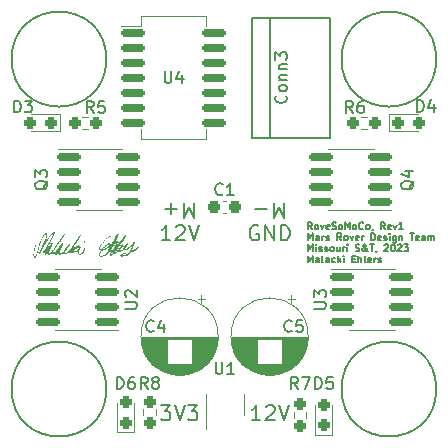
<source format=gto>
G04 #@! TF.GenerationSoftware,KiCad,Pcbnew,(6.0.7)*
G04 #@! TF.CreationDate,2023-03-21T11:33:27-05:00*
G04 #@! TF.ProjectId,RoveSoMoCo,526f7665-536f-44d6-9f43-6f2e6b696361,rev?*
G04 #@! TF.SameCoordinates,Original*
G04 #@! TF.FileFunction,Legend,Top*
G04 #@! TF.FilePolarity,Positive*
%FSLAX46Y46*%
G04 Gerber Fmt 4.6, Leading zero omitted, Abs format (unit mm)*
G04 Created by KiCad (PCBNEW (6.0.7)) date 2023-03-21 11:33:27*
%MOMM*%
%LPD*%
G01*
G04 APERTURE LIST*
G04 Aperture macros list*
%AMRoundRect*
0 Rectangle with rounded corners*
0 $1 Rounding radius*
0 $2 $3 $4 $5 $6 $7 $8 $9 X,Y pos of 4 corners*
0 Add a 4 corners polygon primitive as box body*
4,1,4,$2,$3,$4,$5,$6,$7,$8,$9,$2,$3,0*
0 Add four circle primitives for the rounded corners*
1,1,$1+$1,$2,$3*
1,1,$1+$1,$4,$5*
1,1,$1+$1,$6,$7*
1,1,$1+$1,$8,$9*
0 Add four rect primitives between the rounded corners*
20,1,$1+$1,$2,$3,$4,$5,0*
20,1,$1+$1,$4,$5,$6,$7,0*
20,1,$1+$1,$6,$7,$8,$9,0*
20,1,$1+$1,$8,$9,$2,$3,0*%
G04 Aperture macros list end*
%ADD10C,0.203200*%
%ADD11C,0.127000*%
%ADD12C,0.150000*%
%ADD13C,0.120000*%
%ADD14C,2.946400*%
%ADD15RoundRect,0.237500X-0.300000X-0.237500X0.300000X-0.237500X0.300000X0.237500X-0.300000X0.237500X0*%
%ADD16C,1.524000*%
%ADD17RoundRect,0.150000X-0.825000X-0.150000X0.825000X-0.150000X0.825000X0.150000X-0.825000X0.150000X0*%
%ADD18RoundRect,0.237500X0.237500X-0.250000X0.237500X0.250000X-0.237500X0.250000X-0.237500X-0.250000X0*%
%ADD19RoundRect,0.237500X0.237500X-0.287500X0.237500X0.287500X-0.237500X0.287500X-0.237500X-0.287500X0*%
%ADD20R,1.600000X1.600000*%
%ADD21C,1.600000*%
%ADD22RoundRect,0.237500X-0.287500X-0.237500X0.287500X-0.237500X0.287500X0.237500X-0.287500X0.237500X0*%
%ADD23RoundRect,0.150000X0.825000X0.150000X-0.825000X0.150000X-0.825000X-0.150000X0.825000X-0.150000X0*%
%ADD24RoundRect,0.150000X-0.837500X-0.150000X0.837500X-0.150000X0.837500X0.150000X-0.837500X0.150000X0*%
%ADD25RoundRect,0.237500X0.250000X0.237500X-0.250000X0.237500X-0.250000X-0.237500X0.250000X-0.237500X0*%
%ADD26RoundRect,0.237500X0.287500X0.237500X-0.287500X0.237500X-0.287500X-0.237500X0.287500X-0.237500X0*%
%ADD27RoundRect,0.237500X-0.250000X-0.237500X0.250000X-0.237500X0.250000X0.237500X-0.250000X0.237500X0*%
%ADD28R,0.650000X1.560000*%
%ADD29O,5.100000X3.000000*%
G04 APERTURE END LIST*
D10*
X97076380Y-61341000D02*
X96955428Y-61280523D01*
X96774000Y-61280523D01*
X96592571Y-61341000D01*
X96471619Y-61461952D01*
X96411142Y-61582904D01*
X96350666Y-61824809D01*
X96350666Y-62006238D01*
X96411142Y-62248142D01*
X96471619Y-62369095D01*
X96592571Y-62490047D01*
X96774000Y-62550523D01*
X96894952Y-62550523D01*
X97076380Y-62490047D01*
X97136857Y-62429571D01*
X97136857Y-62006238D01*
X96894952Y-62006238D01*
X97681142Y-62550523D02*
X97681142Y-61280523D01*
X98406857Y-62550523D01*
X98406857Y-61280523D01*
X99011619Y-62550523D02*
X99011619Y-61280523D01*
X99314000Y-61280523D01*
X99495428Y-61341000D01*
X99616380Y-61461952D01*
X99676857Y-61582904D01*
X99737333Y-61824809D01*
X99737333Y-62006238D01*
X99676857Y-62248142D01*
X99616380Y-62369095D01*
X99495428Y-62490047D01*
X99314000Y-62550523D01*
X99011619Y-62550523D01*
X99253523Y-59369476D02*
X99253523Y-60639476D01*
X98830190Y-59732333D01*
X98406857Y-60639476D01*
X98406857Y-59369476D01*
X97802095Y-59853285D02*
X96834476Y-59853285D01*
X88851619Y-76520523D02*
X89637809Y-76520523D01*
X89214476Y-77004333D01*
X89395904Y-77004333D01*
X89516857Y-77064809D01*
X89577333Y-77125285D01*
X89637809Y-77246238D01*
X89637809Y-77548619D01*
X89577333Y-77669571D01*
X89516857Y-77730047D01*
X89395904Y-77790523D01*
X89033047Y-77790523D01*
X88912095Y-77730047D01*
X88851619Y-77669571D01*
X90000666Y-76520523D02*
X90424000Y-77790523D01*
X90847333Y-76520523D01*
X91149714Y-76520523D02*
X91935904Y-76520523D01*
X91512571Y-77004333D01*
X91694000Y-77004333D01*
X91814952Y-77064809D01*
X91875428Y-77125285D01*
X91935904Y-77246238D01*
X91935904Y-77548619D01*
X91875428Y-77669571D01*
X91814952Y-77730047D01*
X91694000Y-77790523D01*
X91331142Y-77790523D01*
X91210190Y-77730047D01*
X91149714Y-77669571D01*
X91633523Y-59369476D02*
X91633523Y-60639476D01*
X91210190Y-59732333D01*
X90786857Y-60639476D01*
X90786857Y-59369476D01*
X90182095Y-59853285D02*
X89214476Y-59853285D01*
X89698285Y-59369476D02*
X89698285Y-60337095D01*
X89637809Y-62550523D02*
X88912095Y-62550523D01*
X89274952Y-62550523D02*
X89274952Y-61280523D01*
X89154000Y-61461952D01*
X89033047Y-61582904D01*
X88912095Y-61643380D01*
X90121619Y-61401476D02*
X90182095Y-61341000D01*
X90303047Y-61280523D01*
X90605428Y-61280523D01*
X90726380Y-61341000D01*
X90786857Y-61401476D01*
X90847333Y-61522428D01*
X90847333Y-61643380D01*
X90786857Y-61824809D01*
X90061142Y-62550523D01*
X90847333Y-62550523D01*
X91210190Y-61280523D02*
X91633523Y-62550523D01*
X92056857Y-61280523D01*
X97257809Y-77790523D02*
X96532095Y-77790523D01*
X96894952Y-77790523D02*
X96894952Y-76520523D01*
X96774000Y-76701952D01*
X96653047Y-76822904D01*
X96532095Y-76883380D01*
X97741619Y-76641476D02*
X97802095Y-76581000D01*
X97923047Y-76520523D01*
X98225428Y-76520523D01*
X98346380Y-76581000D01*
X98406857Y-76641476D01*
X98467333Y-76762428D01*
X98467333Y-76883380D01*
X98406857Y-77064809D01*
X97681142Y-77790523D01*
X98467333Y-77790523D01*
X98830190Y-76520523D02*
X99253523Y-77790523D01*
X99676857Y-76520523D01*
D11*
X101647473Y-61591437D02*
X101452740Y-61313247D01*
X101313645Y-61591437D02*
X101313645Y-61007237D01*
X101536197Y-61007237D01*
X101591835Y-61035057D01*
X101619654Y-61062876D01*
X101647473Y-61118514D01*
X101647473Y-61201971D01*
X101619654Y-61257609D01*
X101591835Y-61285428D01*
X101536197Y-61313247D01*
X101313645Y-61313247D01*
X101981302Y-61591437D02*
X101925664Y-61563618D01*
X101897845Y-61535799D01*
X101870026Y-61480161D01*
X101870026Y-61313247D01*
X101897845Y-61257609D01*
X101925664Y-61229790D01*
X101981302Y-61201971D01*
X102064759Y-61201971D01*
X102120397Y-61229790D01*
X102148216Y-61257609D01*
X102176035Y-61313247D01*
X102176035Y-61480161D01*
X102148216Y-61535799D01*
X102120397Y-61563618D01*
X102064759Y-61591437D01*
X101981302Y-61591437D01*
X102370769Y-61201971D02*
X102509864Y-61591437D01*
X102648959Y-61201971D01*
X103094064Y-61563618D02*
X103038426Y-61591437D01*
X102927150Y-61591437D01*
X102871511Y-61563618D01*
X102843692Y-61507980D01*
X102843692Y-61285428D01*
X102871511Y-61229790D01*
X102927150Y-61201971D01*
X103038426Y-61201971D01*
X103094064Y-61229790D01*
X103121883Y-61285428D01*
X103121883Y-61341066D01*
X102843692Y-61396704D01*
X103344435Y-61563618D02*
X103427892Y-61591437D01*
X103566988Y-61591437D01*
X103622626Y-61563618D01*
X103650445Y-61535799D01*
X103678264Y-61480161D01*
X103678264Y-61424523D01*
X103650445Y-61368885D01*
X103622626Y-61341066D01*
X103566988Y-61313247D01*
X103455711Y-61285428D01*
X103400073Y-61257609D01*
X103372254Y-61229790D01*
X103344435Y-61174152D01*
X103344435Y-61118514D01*
X103372254Y-61062876D01*
X103400073Y-61035057D01*
X103455711Y-61007237D01*
X103594807Y-61007237D01*
X103678264Y-61035057D01*
X104012092Y-61591437D02*
X103956454Y-61563618D01*
X103928635Y-61535799D01*
X103900816Y-61480161D01*
X103900816Y-61313247D01*
X103928635Y-61257609D01*
X103956454Y-61229790D01*
X104012092Y-61201971D01*
X104095550Y-61201971D01*
X104151188Y-61229790D01*
X104179007Y-61257609D01*
X104206826Y-61313247D01*
X104206826Y-61480161D01*
X104179007Y-61535799D01*
X104151188Y-61563618D01*
X104095550Y-61591437D01*
X104012092Y-61591437D01*
X104457197Y-61591437D02*
X104457197Y-61007237D01*
X104651930Y-61424523D01*
X104846664Y-61007237D01*
X104846664Y-61591437D01*
X105208311Y-61591437D02*
X105152673Y-61563618D01*
X105124854Y-61535799D01*
X105097035Y-61480161D01*
X105097035Y-61313247D01*
X105124854Y-61257609D01*
X105152673Y-61229790D01*
X105208311Y-61201971D01*
X105291769Y-61201971D01*
X105347407Y-61229790D01*
X105375226Y-61257609D01*
X105403045Y-61313247D01*
X105403045Y-61480161D01*
X105375226Y-61535799D01*
X105347407Y-61563618D01*
X105291769Y-61591437D01*
X105208311Y-61591437D01*
X105987245Y-61535799D02*
X105959426Y-61563618D01*
X105875969Y-61591437D01*
X105820330Y-61591437D01*
X105736873Y-61563618D01*
X105681235Y-61507980D01*
X105653416Y-61452342D01*
X105625597Y-61341066D01*
X105625597Y-61257609D01*
X105653416Y-61146333D01*
X105681235Y-61090695D01*
X105736873Y-61035057D01*
X105820330Y-61007237D01*
X105875969Y-61007237D01*
X105959426Y-61035057D01*
X105987245Y-61062876D01*
X106321073Y-61591437D02*
X106265435Y-61563618D01*
X106237616Y-61535799D01*
X106209797Y-61480161D01*
X106209797Y-61313247D01*
X106237616Y-61257609D01*
X106265435Y-61229790D01*
X106321073Y-61201971D01*
X106404530Y-61201971D01*
X106460169Y-61229790D01*
X106487988Y-61257609D01*
X106515807Y-61313247D01*
X106515807Y-61480161D01*
X106487988Y-61535799D01*
X106460169Y-61563618D01*
X106404530Y-61591437D01*
X106321073Y-61591437D01*
X106793997Y-61563618D02*
X106793997Y-61591437D01*
X106766178Y-61647076D01*
X106738359Y-61674895D01*
X107823302Y-61591437D02*
X107628569Y-61313247D01*
X107489473Y-61591437D02*
X107489473Y-61007237D01*
X107712026Y-61007237D01*
X107767664Y-61035057D01*
X107795483Y-61062876D01*
X107823302Y-61118514D01*
X107823302Y-61201971D01*
X107795483Y-61257609D01*
X107767664Y-61285428D01*
X107712026Y-61313247D01*
X107489473Y-61313247D01*
X108296226Y-61563618D02*
X108240588Y-61591437D01*
X108129311Y-61591437D01*
X108073673Y-61563618D01*
X108045854Y-61507980D01*
X108045854Y-61285428D01*
X108073673Y-61229790D01*
X108129311Y-61201971D01*
X108240588Y-61201971D01*
X108296226Y-61229790D01*
X108324045Y-61285428D01*
X108324045Y-61341066D01*
X108045854Y-61396704D01*
X108518778Y-61201971D02*
X108657873Y-61591437D01*
X108796969Y-61201971D01*
X109325530Y-61591437D02*
X108991702Y-61591437D01*
X109158616Y-61591437D02*
X109158616Y-61007237D01*
X109102978Y-61090695D01*
X109047340Y-61146333D01*
X108991702Y-61174152D01*
X101313645Y-62531999D02*
X101313645Y-61947799D01*
X101508378Y-62365085D01*
X101703111Y-61947799D01*
X101703111Y-62531999D01*
X102231673Y-62531999D02*
X102231673Y-62225990D01*
X102203854Y-62170352D01*
X102148216Y-62142533D01*
X102036940Y-62142533D01*
X101981302Y-62170352D01*
X102231673Y-62504180D02*
X102176035Y-62531999D01*
X102036940Y-62531999D01*
X101981302Y-62504180D01*
X101953483Y-62448542D01*
X101953483Y-62392904D01*
X101981302Y-62337266D01*
X102036940Y-62309447D01*
X102176035Y-62309447D01*
X102231673Y-62281628D01*
X102509864Y-62531999D02*
X102509864Y-62142533D01*
X102509864Y-62253809D02*
X102537683Y-62198171D01*
X102565502Y-62170352D01*
X102621140Y-62142533D01*
X102676778Y-62142533D01*
X102843692Y-62504180D02*
X102899330Y-62531999D01*
X103010607Y-62531999D01*
X103066245Y-62504180D01*
X103094064Y-62448542D01*
X103094064Y-62420723D01*
X103066245Y-62365085D01*
X103010607Y-62337266D01*
X102927150Y-62337266D01*
X102871511Y-62309447D01*
X102843692Y-62253809D01*
X102843692Y-62225990D01*
X102871511Y-62170352D01*
X102927150Y-62142533D01*
X103010607Y-62142533D01*
X103066245Y-62170352D01*
X104123369Y-62531999D02*
X103928635Y-62253809D01*
X103789540Y-62531999D02*
X103789540Y-61947799D01*
X104012092Y-61947799D01*
X104067730Y-61975619D01*
X104095550Y-62003438D01*
X104123369Y-62059076D01*
X104123369Y-62142533D01*
X104095550Y-62198171D01*
X104067730Y-62225990D01*
X104012092Y-62253809D01*
X103789540Y-62253809D01*
X104457197Y-62531999D02*
X104401559Y-62504180D01*
X104373740Y-62476361D01*
X104345921Y-62420723D01*
X104345921Y-62253809D01*
X104373740Y-62198171D01*
X104401559Y-62170352D01*
X104457197Y-62142533D01*
X104540654Y-62142533D01*
X104596292Y-62170352D01*
X104624111Y-62198171D01*
X104651930Y-62253809D01*
X104651930Y-62420723D01*
X104624111Y-62476361D01*
X104596292Y-62504180D01*
X104540654Y-62531999D01*
X104457197Y-62531999D01*
X104846664Y-62142533D02*
X104985759Y-62531999D01*
X105124854Y-62142533D01*
X105569959Y-62504180D02*
X105514321Y-62531999D01*
X105403045Y-62531999D01*
X105347407Y-62504180D01*
X105319588Y-62448542D01*
X105319588Y-62225990D01*
X105347407Y-62170352D01*
X105403045Y-62142533D01*
X105514321Y-62142533D01*
X105569959Y-62170352D01*
X105597778Y-62225990D01*
X105597778Y-62281628D01*
X105319588Y-62337266D01*
X105848150Y-62531999D02*
X105848150Y-62142533D01*
X105848150Y-62253809D02*
X105875969Y-62198171D01*
X105903788Y-62170352D01*
X105959426Y-62142533D01*
X106015064Y-62142533D01*
X106654902Y-62531999D02*
X106654902Y-61947799D01*
X106793997Y-61947799D01*
X106877454Y-61975619D01*
X106933092Y-62031257D01*
X106960911Y-62086895D01*
X106988730Y-62198171D01*
X106988730Y-62281628D01*
X106960911Y-62392904D01*
X106933092Y-62448542D01*
X106877454Y-62504180D01*
X106793997Y-62531999D01*
X106654902Y-62531999D01*
X107461654Y-62504180D02*
X107406016Y-62531999D01*
X107294740Y-62531999D01*
X107239102Y-62504180D01*
X107211283Y-62448542D01*
X107211283Y-62225990D01*
X107239102Y-62170352D01*
X107294740Y-62142533D01*
X107406016Y-62142533D01*
X107461654Y-62170352D01*
X107489473Y-62225990D01*
X107489473Y-62281628D01*
X107211283Y-62337266D01*
X107712026Y-62504180D02*
X107767664Y-62531999D01*
X107878940Y-62531999D01*
X107934578Y-62504180D01*
X107962397Y-62448542D01*
X107962397Y-62420723D01*
X107934578Y-62365085D01*
X107878940Y-62337266D01*
X107795483Y-62337266D01*
X107739845Y-62309447D01*
X107712026Y-62253809D01*
X107712026Y-62225990D01*
X107739845Y-62170352D01*
X107795483Y-62142533D01*
X107878940Y-62142533D01*
X107934578Y-62170352D01*
X108212769Y-62531999D02*
X108212769Y-62142533D01*
X108212769Y-61947799D02*
X108184950Y-61975619D01*
X108212769Y-62003438D01*
X108240588Y-61975619D01*
X108212769Y-61947799D01*
X108212769Y-62003438D01*
X108741330Y-62142533D02*
X108741330Y-62615457D01*
X108713511Y-62671095D01*
X108685692Y-62698914D01*
X108630054Y-62726733D01*
X108546597Y-62726733D01*
X108490959Y-62698914D01*
X108741330Y-62504180D02*
X108685692Y-62531999D01*
X108574416Y-62531999D01*
X108518778Y-62504180D01*
X108490959Y-62476361D01*
X108463140Y-62420723D01*
X108463140Y-62253809D01*
X108490959Y-62198171D01*
X108518778Y-62170352D01*
X108574416Y-62142533D01*
X108685692Y-62142533D01*
X108741330Y-62170352D01*
X109019521Y-62142533D02*
X109019521Y-62531999D01*
X109019521Y-62198171D02*
X109047340Y-62170352D01*
X109102978Y-62142533D01*
X109186435Y-62142533D01*
X109242073Y-62170352D01*
X109269892Y-62225990D01*
X109269892Y-62531999D01*
X109909730Y-61947799D02*
X110243559Y-61947799D01*
X110076645Y-62531999D02*
X110076645Y-61947799D01*
X110660845Y-62504180D02*
X110605207Y-62531999D01*
X110493930Y-62531999D01*
X110438292Y-62504180D01*
X110410473Y-62448542D01*
X110410473Y-62225990D01*
X110438292Y-62170352D01*
X110493930Y-62142533D01*
X110605207Y-62142533D01*
X110660845Y-62170352D01*
X110688664Y-62225990D01*
X110688664Y-62281628D01*
X110410473Y-62337266D01*
X111189407Y-62531999D02*
X111189407Y-62225990D01*
X111161588Y-62170352D01*
X111105950Y-62142533D01*
X110994673Y-62142533D01*
X110939035Y-62170352D01*
X111189407Y-62504180D02*
X111133769Y-62531999D01*
X110994673Y-62531999D01*
X110939035Y-62504180D01*
X110911216Y-62448542D01*
X110911216Y-62392904D01*
X110939035Y-62337266D01*
X110994673Y-62309447D01*
X111133769Y-62309447D01*
X111189407Y-62281628D01*
X111467597Y-62531999D02*
X111467597Y-62142533D01*
X111467597Y-62198171D02*
X111495416Y-62170352D01*
X111551054Y-62142533D01*
X111634511Y-62142533D01*
X111690150Y-62170352D01*
X111717969Y-62225990D01*
X111717969Y-62531999D01*
X111717969Y-62225990D02*
X111745788Y-62170352D01*
X111801426Y-62142533D01*
X111884883Y-62142533D01*
X111940521Y-62170352D01*
X111968340Y-62225990D01*
X111968340Y-62531999D01*
X101313645Y-63472561D02*
X101313645Y-62888361D01*
X101508378Y-63305647D01*
X101703111Y-62888361D01*
X101703111Y-63472561D01*
X101981302Y-63472561D02*
X101981302Y-63083095D01*
X101981302Y-62888361D02*
X101953483Y-62916181D01*
X101981302Y-62944000D01*
X102009121Y-62916181D01*
X101981302Y-62888361D01*
X101981302Y-62944000D01*
X102231673Y-63444742D02*
X102287311Y-63472561D01*
X102398588Y-63472561D01*
X102454226Y-63444742D01*
X102482045Y-63389104D01*
X102482045Y-63361285D01*
X102454226Y-63305647D01*
X102398588Y-63277828D01*
X102315130Y-63277828D01*
X102259492Y-63250009D01*
X102231673Y-63194371D01*
X102231673Y-63166552D01*
X102259492Y-63110914D01*
X102315130Y-63083095D01*
X102398588Y-63083095D01*
X102454226Y-63110914D01*
X102704597Y-63444742D02*
X102760235Y-63472561D01*
X102871511Y-63472561D01*
X102927150Y-63444742D01*
X102954969Y-63389104D01*
X102954969Y-63361285D01*
X102927150Y-63305647D01*
X102871511Y-63277828D01*
X102788054Y-63277828D01*
X102732416Y-63250009D01*
X102704597Y-63194371D01*
X102704597Y-63166552D01*
X102732416Y-63110914D01*
X102788054Y-63083095D01*
X102871511Y-63083095D01*
X102927150Y-63110914D01*
X103288797Y-63472561D02*
X103233159Y-63444742D01*
X103205340Y-63416923D01*
X103177521Y-63361285D01*
X103177521Y-63194371D01*
X103205340Y-63138733D01*
X103233159Y-63110914D01*
X103288797Y-63083095D01*
X103372254Y-63083095D01*
X103427892Y-63110914D01*
X103455711Y-63138733D01*
X103483530Y-63194371D01*
X103483530Y-63361285D01*
X103455711Y-63416923D01*
X103427892Y-63444742D01*
X103372254Y-63472561D01*
X103288797Y-63472561D01*
X103984273Y-63083095D02*
X103984273Y-63472561D01*
X103733902Y-63083095D02*
X103733902Y-63389104D01*
X103761721Y-63444742D01*
X103817359Y-63472561D01*
X103900816Y-63472561D01*
X103956454Y-63444742D01*
X103984273Y-63416923D01*
X104262464Y-63472561D02*
X104262464Y-63083095D01*
X104262464Y-63194371D02*
X104290283Y-63138733D01*
X104318102Y-63110914D01*
X104373740Y-63083095D01*
X104429378Y-63083095D01*
X104624111Y-63472561D02*
X104624111Y-63083095D01*
X104624111Y-62888361D02*
X104596292Y-62916181D01*
X104624111Y-62944000D01*
X104651930Y-62916181D01*
X104624111Y-62888361D01*
X104624111Y-62944000D01*
X105319588Y-63444742D02*
X105403045Y-63472561D01*
X105542140Y-63472561D01*
X105597778Y-63444742D01*
X105625597Y-63416923D01*
X105653416Y-63361285D01*
X105653416Y-63305647D01*
X105625597Y-63250009D01*
X105597778Y-63222190D01*
X105542140Y-63194371D01*
X105430864Y-63166552D01*
X105375226Y-63138733D01*
X105347407Y-63110914D01*
X105319588Y-63055276D01*
X105319588Y-62999638D01*
X105347407Y-62944000D01*
X105375226Y-62916181D01*
X105430864Y-62888361D01*
X105569959Y-62888361D01*
X105653416Y-62916181D01*
X106376711Y-63472561D02*
X106348892Y-63472561D01*
X106293254Y-63444742D01*
X106209797Y-63361285D01*
X106070702Y-63194371D01*
X106015064Y-63110914D01*
X105987245Y-63027457D01*
X105987245Y-62971819D01*
X106015064Y-62916181D01*
X106070702Y-62888361D01*
X106098521Y-62888361D01*
X106154159Y-62916181D01*
X106181978Y-62971819D01*
X106181978Y-62999638D01*
X106154159Y-63055276D01*
X106126340Y-63083095D01*
X105959426Y-63194371D01*
X105931607Y-63222190D01*
X105903788Y-63277828D01*
X105903788Y-63361285D01*
X105931607Y-63416923D01*
X105959426Y-63444742D01*
X106015064Y-63472561D01*
X106098521Y-63472561D01*
X106154159Y-63444742D01*
X106181978Y-63416923D01*
X106265435Y-63305647D01*
X106293254Y-63222190D01*
X106293254Y-63166552D01*
X106543626Y-62888361D02*
X106877454Y-62888361D01*
X106710540Y-63472561D02*
X106710540Y-62888361D01*
X107100007Y-63444742D02*
X107100007Y-63472561D01*
X107072188Y-63528200D01*
X107044369Y-63556019D01*
X107767664Y-62944000D02*
X107795483Y-62916181D01*
X107851121Y-62888361D01*
X107990216Y-62888361D01*
X108045854Y-62916181D01*
X108073673Y-62944000D01*
X108101492Y-62999638D01*
X108101492Y-63055276D01*
X108073673Y-63138733D01*
X107739845Y-63472561D01*
X108101492Y-63472561D01*
X108463140Y-62888361D02*
X108518778Y-62888361D01*
X108574416Y-62916181D01*
X108602235Y-62944000D01*
X108630054Y-62999638D01*
X108657873Y-63110914D01*
X108657873Y-63250009D01*
X108630054Y-63361285D01*
X108602235Y-63416923D01*
X108574416Y-63444742D01*
X108518778Y-63472561D01*
X108463140Y-63472561D01*
X108407502Y-63444742D01*
X108379683Y-63416923D01*
X108351864Y-63361285D01*
X108324045Y-63250009D01*
X108324045Y-63110914D01*
X108351864Y-62999638D01*
X108379683Y-62944000D01*
X108407502Y-62916181D01*
X108463140Y-62888361D01*
X108880426Y-62944000D02*
X108908245Y-62916181D01*
X108963883Y-62888361D01*
X109102978Y-62888361D01*
X109158616Y-62916181D01*
X109186435Y-62944000D01*
X109214254Y-62999638D01*
X109214254Y-63055276D01*
X109186435Y-63138733D01*
X108852607Y-63472561D01*
X109214254Y-63472561D01*
X109408988Y-62888361D02*
X109770635Y-62888361D01*
X109575902Y-63110914D01*
X109659359Y-63110914D01*
X109714997Y-63138733D01*
X109742816Y-63166552D01*
X109770635Y-63222190D01*
X109770635Y-63361285D01*
X109742816Y-63416923D01*
X109714997Y-63444742D01*
X109659359Y-63472561D01*
X109492445Y-63472561D01*
X109436807Y-63444742D01*
X109408988Y-63416923D01*
X101313645Y-64413123D02*
X101313645Y-63828923D01*
X101508378Y-64246209D01*
X101703111Y-63828923D01*
X101703111Y-64413123D01*
X102231673Y-64413123D02*
X102231673Y-64107114D01*
X102203854Y-64051476D01*
X102148216Y-64023657D01*
X102036940Y-64023657D01*
X101981302Y-64051476D01*
X102231673Y-64385304D02*
X102176035Y-64413123D01*
X102036940Y-64413123D01*
X101981302Y-64385304D01*
X101953483Y-64329666D01*
X101953483Y-64274028D01*
X101981302Y-64218390D01*
X102036940Y-64190571D01*
X102176035Y-64190571D01*
X102231673Y-64162752D01*
X102593321Y-64413123D02*
X102537683Y-64385304D01*
X102509864Y-64329666D01*
X102509864Y-63828923D01*
X103066245Y-64413123D02*
X103066245Y-64107114D01*
X103038426Y-64051476D01*
X102982788Y-64023657D01*
X102871511Y-64023657D01*
X102815873Y-64051476D01*
X103066245Y-64385304D02*
X103010607Y-64413123D01*
X102871511Y-64413123D01*
X102815873Y-64385304D01*
X102788054Y-64329666D01*
X102788054Y-64274028D01*
X102815873Y-64218390D01*
X102871511Y-64190571D01*
X103010607Y-64190571D01*
X103066245Y-64162752D01*
X103594807Y-64385304D02*
X103539169Y-64413123D01*
X103427892Y-64413123D01*
X103372254Y-64385304D01*
X103344435Y-64357485D01*
X103316616Y-64301847D01*
X103316616Y-64134933D01*
X103344435Y-64079295D01*
X103372254Y-64051476D01*
X103427892Y-64023657D01*
X103539169Y-64023657D01*
X103594807Y-64051476D01*
X103845178Y-64413123D02*
X103845178Y-63828923D01*
X103900816Y-64190571D02*
X104067730Y-64413123D01*
X104067730Y-64023657D02*
X103845178Y-64246209D01*
X104318102Y-64413123D02*
X104318102Y-64023657D01*
X104318102Y-63828923D02*
X104290283Y-63856743D01*
X104318102Y-63884562D01*
X104345921Y-63856743D01*
X104318102Y-63828923D01*
X104318102Y-63884562D01*
X105041397Y-64107114D02*
X105236130Y-64107114D01*
X105319588Y-64413123D02*
X105041397Y-64413123D01*
X105041397Y-63828923D01*
X105319588Y-63828923D01*
X105569959Y-64413123D02*
X105569959Y-63828923D01*
X105820330Y-64413123D02*
X105820330Y-64107114D01*
X105792511Y-64051476D01*
X105736873Y-64023657D01*
X105653416Y-64023657D01*
X105597778Y-64051476D01*
X105569959Y-64079295D01*
X106181978Y-64413123D02*
X106126340Y-64385304D01*
X106098521Y-64329666D01*
X106098521Y-63828923D01*
X106627083Y-64385304D02*
X106571445Y-64413123D01*
X106460169Y-64413123D01*
X106404530Y-64385304D01*
X106376711Y-64329666D01*
X106376711Y-64107114D01*
X106404530Y-64051476D01*
X106460169Y-64023657D01*
X106571445Y-64023657D01*
X106627083Y-64051476D01*
X106654902Y-64107114D01*
X106654902Y-64162752D01*
X106376711Y-64218390D01*
X106905273Y-64413123D02*
X106905273Y-64023657D01*
X106905273Y-64134933D02*
X106933092Y-64079295D01*
X106960911Y-64051476D01*
X107016550Y-64023657D01*
X107072188Y-64023657D01*
X107239102Y-64385304D02*
X107294740Y-64413123D01*
X107406016Y-64413123D01*
X107461654Y-64385304D01*
X107489473Y-64329666D01*
X107489473Y-64301847D01*
X107461654Y-64246209D01*
X107406016Y-64218390D01*
X107322559Y-64218390D01*
X107266921Y-64190571D01*
X107239102Y-64134933D01*
X107239102Y-64107114D01*
X107266921Y-64051476D01*
X107322559Y-64023657D01*
X107406016Y-64023657D01*
X107461654Y-64051476D01*
D12*
X94067333Y-58617142D02*
X94019714Y-58664761D01*
X93876857Y-58712380D01*
X93781619Y-58712380D01*
X93638761Y-58664761D01*
X93543523Y-58569523D01*
X93495904Y-58474285D01*
X93448285Y-58283809D01*
X93448285Y-58140952D01*
X93495904Y-57950476D01*
X93543523Y-57855238D01*
X93638761Y-57760000D01*
X93781619Y-57712380D01*
X93876857Y-57712380D01*
X94019714Y-57760000D01*
X94067333Y-57807619D01*
X95019714Y-58712380D02*
X94448285Y-58712380D01*
X94734000Y-58712380D02*
X94734000Y-57712380D01*
X94638761Y-57855238D01*
X94543523Y-57950476D01*
X94448285Y-57998095D01*
X99417142Y-50291809D02*
X99464761Y-50339428D01*
X99512380Y-50482285D01*
X99512380Y-50577523D01*
X99464761Y-50720380D01*
X99369523Y-50815619D01*
X99274285Y-50863238D01*
X99083809Y-50910857D01*
X98940952Y-50910857D01*
X98750476Y-50863238D01*
X98655238Y-50815619D01*
X98560000Y-50720380D01*
X98512380Y-50577523D01*
X98512380Y-50482285D01*
X98560000Y-50339428D01*
X98607619Y-50291809D01*
X99512380Y-49720380D02*
X99464761Y-49815619D01*
X99417142Y-49863238D01*
X99321904Y-49910857D01*
X99036190Y-49910857D01*
X98940952Y-49863238D01*
X98893333Y-49815619D01*
X98845714Y-49720380D01*
X98845714Y-49577523D01*
X98893333Y-49482285D01*
X98940952Y-49434666D01*
X99036190Y-49387047D01*
X99321904Y-49387047D01*
X99417142Y-49434666D01*
X99464761Y-49482285D01*
X99512380Y-49577523D01*
X99512380Y-49720380D01*
X98845714Y-48958476D02*
X99512380Y-48958476D01*
X98940952Y-48958476D02*
X98893333Y-48910857D01*
X98845714Y-48815619D01*
X98845714Y-48672761D01*
X98893333Y-48577523D01*
X98988571Y-48529904D01*
X99512380Y-48529904D01*
X98845714Y-48053714D02*
X99512380Y-48053714D01*
X98940952Y-48053714D02*
X98893333Y-48006095D01*
X98845714Y-47910857D01*
X98845714Y-47768000D01*
X98893333Y-47672761D01*
X98988571Y-47625142D01*
X99512380Y-47625142D01*
X98512380Y-47244190D02*
X98512380Y-46625142D01*
X98893333Y-46958476D01*
X98893333Y-46815619D01*
X98940952Y-46720380D01*
X98988571Y-46672761D01*
X99083809Y-46625142D01*
X99321904Y-46625142D01*
X99417142Y-46672761D01*
X99464761Y-46720380D01*
X99512380Y-46815619D01*
X99512380Y-47101333D01*
X99464761Y-47196571D01*
X99417142Y-47244190D01*
X101814380Y-68325904D02*
X102623904Y-68325904D01*
X102719142Y-68278285D01*
X102766761Y-68230666D01*
X102814380Y-68135428D01*
X102814380Y-67944952D01*
X102766761Y-67849714D01*
X102719142Y-67802095D01*
X102623904Y-67754476D01*
X101814380Y-67754476D01*
X101814380Y-67373523D02*
X101814380Y-66754476D01*
X102195333Y-67087809D01*
X102195333Y-66944952D01*
X102242952Y-66849714D01*
X102290571Y-66802095D01*
X102385809Y-66754476D01*
X102623904Y-66754476D01*
X102719142Y-66802095D01*
X102766761Y-66849714D01*
X102814380Y-66944952D01*
X102814380Y-67230666D01*
X102766761Y-67325904D01*
X102719142Y-67373523D01*
X87717333Y-75128380D02*
X87384000Y-74652190D01*
X87145904Y-75128380D02*
X87145904Y-74128380D01*
X87526857Y-74128380D01*
X87622095Y-74176000D01*
X87669714Y-74223619D01*
X87717333Y-74318857D01*
X87717333Y-74461714D01*
X87669714Y-74556952D01*
X87622095Y-74604571D01*
X87526857Y-74652190D01*
X87145904Y-74652190D01*
X88288761Y-74556952D02*
X88193523Y-74509333D01*
X88145904Y-74461714D01*
X88098285Y-74366476D01*
X88098285Y-74318857D01*
X88145904Y-74223619D01*
X88193523Y-74176000D01*
X88288761Y-74128380D01*
X88479238Y-74128380D01*
X88574476Y-74176000D01*
X88622095Y-74223619D01*
X88669714Y-74318857D01*
X88669714Y-74366476D01*
X88622095Y-74461714D01*
X88574476Y-74509333D01*
X88479238Y-74556952D01*
X88288761Y-74556952D01*
X88193523Y-74604571D01*
X88145904Y-74652190D01*
X88098285Y-74747428D01*
X88098285Y-74937904D01*
X88145904Y-75033142D01*
X88193523Y-75080761D01*
X88288761Y-75128380D01*
X88479238Y-75128380D01*
X88574476Y-75080761D01*
X88622095Y-75033142D01*
X88669714Y-74937904D01*
X88669714Y-74747428D01*
X88622095Y-74652190D01*
X88574476Y-74604571D01*
X88479238Y-74556952D01*
X85113904Y-75128380D02*
X85113904Y-74128380D01*
X85352000Y-74128380D01*
X85494857Y-74176000D01*
X85590095Y-74271238D01*
X85637714Y-74366476D01*
X85685333Y-74556952D01*
X85685333Y-74699809D01*
X85637714Y-74890285D01*
X85590095Y-74985523D01*
X85494857Y-75080761D01*
X85352000Y-75128380D01*
X85113904Y-75128380D01*
X86542476Y-74128380D02*
X86352000Y-74128380D01*
X86256761Y-74176000D01*
X86209142Y-74223619D01*
X86113904Y-74366476D01*
X86066285Y-74556952D01*
X86066285Y-74937904D01*
X86113904Y-75033142D01*
X86161523Y-75080761D01*
X86256761Y-75128380D01*
X86447238Y-75128380D01*
X86542476Y-75080761D01*
X86590095Y-75033142D01*
X86637714Y-74937904D01*
X86637714Y-74699809D01*
X86590095Y-74604571D01*
X86542476Y-74556952D01*
X86447238Y-74509333D01*
X86256761Y-74509333D01*
X86161523Y-74556952D01*
X86113904Y-74604571D01*
X86066285Y-74699809D01*
X99909333Y-70207142D02*
X99861714Y-70254761D01*
X99718857Y-70302380D01*
X99623619Y-70302380D01*
X99480761Y-70254761D01*
X99385523Y-70159523D01*
X99337904Y-70064285D01*
X99290285Y-69873809D01*
X99290285Y-69730952D01*
X99337904Y-69540476D01*
X99385523Y-69445238D01*
X99480761Y-69350000D01*
X99623619Y-69302380D01*
X99718857Y-69302380D01*
X99861714Y-69350000D01*
X99909333Y-69397619D01*
X100814095Y-69302380D02*
X100337904Y-69302380D01*
X100290285Y-69778571D01*
X100337904Y-69730952D01*
X100433142Y-69683333D01*
X100671238Y-69683333D01*
X100766476Y-69730952D01*
X100814095Y-69778571D01*
X100861714Y-69873809D01*
X100861714Y-70111904D01*
X100814095Y-70207142D01*
X100766476Y-70254761D01*
X100671238Y-70302380D01*
X100433142Y-70302380D01*
X100337904Y-70254761D01*
X100290285Y-70207142D01*
X110539304Y-51658780D02*
X110539304Y-50658780D01*
X110777400Y-50658780D01*
X110920257Y-50706400D01*
X111015495Y-50801638D01*
X111063114Y-50896876D01*
X111110733Y-51087352D01*
X111110733Y-51230209D01*
X111063114Y-51420685D01*
X111015495Y-51515923D01*
X110920257Y-51611161D01*
X110777400Y-51658780D01*
X110539304Y-51658780D01*
X111967876Y-50992114D02*
X111967876Y-51658780D01*
X111729780Y-50611161D02*
X111491685Y-51325447D01*
X112110733Y-51325447D01*
X110275619Y-57499238D02*
X110228000Y-57594476D01*
X110132761Y-57689714D01*
X109989904Y-57832571D01*
X109942285Y-57927809D01*
X109942285Y-58023047D01*
X110180380Y-57975428D02*
X110132761Y-58070666D01*
X110037523Y-58165904D01*
X109847047Y-58213523D01*
X109513714Y-58213523D01*
X109323238Y-58165904D01*
X109228000Y-58070666D01*
X109180380Y-57975428D01*
X109180380Y-57784952D01*
X109228000Y-57689714D01*
X109323238Y-57594476D01*
X109513714Y-57546857D01*
X109847047Y-57546857D01*
X110037523Y-57594476D01*
X110132761Y-57689714D01*
X110180380Y-57784952D01*
X110180380Y-57975428D01*
X109513714Y-56689714D02*
X110180380Y-56689714D01*
X109132761Y-56927809D02*
X109847047Y-57165904D01*
X109847047Y-56546857D01*
X89154095Y-48220380D02*
X89154095Y-49029904D01*
X89201714Y-49125142D01*
X89249333Y-49172761D01*
X89344571Y-49220380D01*
X89535047Y-49220380D01*
X89630285Y-49172761D01*
X89677904Y-49125142D01*
X89725523Y-49029904D01*
X89725523Y-48220380D01*
X90630285Y-48553714D02*
X90630285Y-49220380D01*
X90392190Y-48172761D02*
X90154095Y-48887047D01*
X90773142Y-48887047D01*
X105092833Y-51760380D02*
X104759500Y-51284190D01*
X104521404Y-51760380D02*
X104521404Y-50760380D01*
X104902357Y-50760380D01*
X104997595Y-50808000D01*
X105045214Y-50855619D01*
X105092833Y-50950857D01*
X105092833Y-51093714D01*
X105045214Y-51188952D01*
X104997595Y-51236571D01*
X104902357Y-51284190D01*
X104521404Y-51284190D01*
X105949976Y-50760380D02*
X105759500Y-50760380D01*
X105664261Y-50808000D01*
X105616642Y-50855619D01*
X105521404Y-50998476D01*
X105473785Y-51188952D01*
X105473785Y-51569904D01*
X105521404Y-51665142D01*
X105569023Y-51712761D01*
X105664261Y-51760380D01*
X105854738Y-51760380D01*
X105949976Y-51712761D01*
X105997595Y-51665142D01*
X106045214Y-51569904D01*
X106045214Y-51331809D01*
X105997595Y-51236571D01*
X105949976Y-51188952D01*
X105854738Y-51141333D01*
X105664261Y-51141333D01*
X105569023Y-51188952D01*
X105521404Y-51236571D01*
X105473785Y-51331809D01*
X76401704Y-51709580D02*
X76401704Y-50709580D01*
X76639800Y-50709580D01*
X76782657Y-50757200D01*
X76877895Y-50852438D01*
X76925514Y-50947676D01*
X76973133Y-51138152D01*
X76973133Y-51281009D01*
X76925514Y-51471485D01*
X76877895Y-51566723D01*
X76782657Y-51661961D01*
X76639800Y-51709580D01*
X76401704Y-51709580D01*
X77306466Y-50709580D02*
X77925514Y-50709580D01*
X77592180Y-51090533D01*
X77735038Y-51090533D01*
X77830276Y-51138152D01*
X77877895Y-51185771D01*
X77925514Y-51281009D01*
X77925514Y-51519104D01*
X77877895Y-51614342D01*
X77830276Y-51661961D01*
X77735038Y-51709580D01*
X77449323Y-51709580D01*
X77354085Y-51661961D01*
X77306466Y-51614342D01*
X85812380Y-68325904D02*
X86621904Y-68325904D01*
X86717142Y-68278285D01*
X86764761Y-68230666D01*
X86812380Y-68135428D01*
X86812380Y-67944952D01*
X86764761Y-67849714D01*
X86717142Y-67802095D01*
X86621904Y-67754476D01*
X85812380Y-67754476D01*
X85907619Y-67325904D02*
X85860000Y-67278285D01*
X85812380Y-67183047D01*
X85812380Y-66944952D01*
X85860000Y-66849714D01*
X85907619Y-66802095D01*
X86002857Y-66754476D01*
X86098095Y-66754476D01*
X86240952Y-66802095D01*
X86812380Y-67373523D01*
X86812380Y-66754476D01*
X83145333Y-51760380D02*
X82812000Y-51284190D01*
X82573904Y-51760380D02*
X82573904Y-50760380D01*
X82954857Y-50760380D01*
X83050095Y-50808000D01*
X83097714Y-50855619D01*
X83145333Y-50950857D01*
X83145333Y-51093714D01*
X83097714Y-51188952D01*
X83050095Y-51236571D01*
X82954857Y-51284190D01*
X82573904Y-51284190D01*
X84050095Y-50760380D02*
X83573904Y-50760380D01*
X83526285Y-51236571D01*
X83573904Y-51188952D01*
X83669142Y-51141333D01*
X83907238Y-51141333D01*
X84002476Y-51188952D01*
X84050095Y-51236571D01*
X84097714Y-51331809D01*
X84097714Y-51569904D01*
X84050095Y-51665142D01*
X84002476Y-51712761D01*
X83907238Y-51760380D01*
X83669142Y-51760380D01*
X83573904Y-51712761D01*
X83526285Y-51665142D01*
X100436083Y-75128380D02*
X100102750Y-74652190D01*
X99864654Y-75128380D02*
X99864654Y-74128380D01*
X100245607Y-74128380D01*
X100340845Y-74176000D01*
X100388464Y-74223619D01*
X100436083Y-74318857D01*
X100436083Y-74461714D01*
X100388464Y-74556952D01*
X100340845Y-74604571D01*
X100245607Y-74652190D01*
X99864654Y-74652190D01*
X100769416Y-74128380D02*
X101436083Y-74128380D01*
X101007511Y-75128380D01*
X79287619Y-57499238D02*
X79240000Y-57594476D01*
X79144761Y-57689714D01*
X79001904Y-57832571D01*
X78954285Y-57927809D01*
X78954285Y-58023047D01*
X79192380Y-57975428D02*
X79144761Y-58070666D01*
X79049523Y-58165904D01*
X78859047Y-58213523D01*
X78525714Y-58213523D01*
X78335238Y-58165904D01*
X78240000Y-58070666D01*
X78192380Y-57975428D01*
X78192380Y-57784952D01*
X78240000Y-57689714D01*
X78335238Y-57594476D01*
X78525714Y-57546857D01*
X78859047Y-57546857D01*
X79049523Y-57594476D01*
X79144761Y-57689714D01*
X79192380Y-57784952D01*
X79192380Y-57975428D01*
X78192380Y-57213523D02*
X78192380Y-56594476D01*
X78573333Y-56927809D01*
X78573333Y-56784952D01*
X78620952Y-56689714D01*
X78668571Y-56642095D01*
X78763809Y-56594476D01*
X79001904Y-56594476D01*
X79097142Y-56642095D01*
X79144761Y-56689714D01*
X79192380Y-56784952D01*
X79192380Y-57070666D01*
X79144761Y-57165904D01*
X79097142Y-57213523D01*
X93472095Y-72858380D02*
X93472095Y-73667904D01*
X93519714Y-73763142D01*
X93567333Y-73810761D01*
X93662571Y-73858380D01*
X93853047Y-73858380D01*
X93948285Y-73810761D01*
X93995904Y-73763142D01*
X94043523Y-73667904D01*
X94043523Y-72858380D01*
X95043523Y-73858380D02*
X94472095Y-73858380D01*
X94757809Y-73858380D02*
X94757809Y-72858380D01*
X94662571Y-73001238D01*
X94567333Y-73096476D01*
X94472095Y-73144095D01*
X101896654Y-75128380D02*
X101896654Y-74128380D01*
X102134750Y-74128380D01*
X102277607Y-74176000D01*
X102372845Y-74271238D01*
X102420464Y-74366476D01*
X102468083Y-74556952D01*
X102468083Y-74699809D01*
X102420464Y-74890285D01*
X102372845Y-74985523D01*
X102277607Y-75080761D01*
X102134750Y-75128380D01*
X101896654Y-75128380D01*
X103372845Y-74128380D02*
X102896654Y-74128380D01*
X102849035Y-74604571D01*
X102896654Y-74556952D01*
X102991892Y-74509333D01*
X103229988Y-74509333D01*
X103325226Y-74556952D01*
X103372845Y-74604571D01*
X103420464Y-74699809D01*
X103420464Y-74937904D01*
X103372845Y-75033142D01*
X103325226Y-75080761D01*
X103229988Y-75128380D01*
X102991892Y-75128380D01*
X102896654Y-75080761D01*
X102849035Y-75033142D01*
X88225333Y-70207142D02*
X88177714Y-70254761D01*
X88034857Y-70302380D01*
X87939619Y-70302380D01*
X87796761Y-70254761D01*
X87701523Y-70159523D01*
X87653904Y-70064285D01*
X87606285Y-69873809D01*
X87606285Y-69730952D01*
X87653904Y-69540476D01*
X87701523Y-69445238D01*
X87796761Y-69350000D01*
X87939619Y-69302380D01*
X88034857Y-69302380D01*
X88177714Y-69350000D01*
X88225333Y-69397619D01*
X89082476Y-69635714D02*
X89082476Y-70302380D01*
X88844380Y-69254761D02*
X88606285Y-69969047D01*
X89225333Y-69969047D01*
X112161320Y-47197140D02*
G75*
G03*
X112161320Y-47197140I-4013200J0D01*
G01*
D13*
X94087733Y-60200000D02*
X94380267Y-60200000D01*
X94087733Y-59180000D02*
X94380267Y-59180000D01*
D12*
X84225260Y-75128120D02*
G75*
G03*
X84225260Y-75128120I-4013200J0D01*
G01*
X98044000Y-43688000D02*
X98044000Y-53848000D01*
X96520000Y-43688000D02*
X96520000Y-53848000D01*
X103124000Y-53848000D02*
X103124000Y-43688000D01*
X103124000Y-43688000D02*
X98044000Y-43688000D01*
X98044000Y-43688000D02*
X96520000Y-43688000D01*
X96520000Y-53848000D02*
X98044000Y-53848000D01*
X103124000Y-53848000D02*
X98044000Y-53848000D01*
D13*
X106680000Y-70124000D02*
X104730000Y-70124000D01*
X106680000Y-65004000D02*
X108630000Y-65004000D01*
X106680000Y-65004000D02*
X103230000Y-65004000D01*
X106680000Y-70124000D02*
X108630000Y-70124000D01*
X88406500Y-77367224D02*
X88406500Y-76857776D01*
X87361500Y-77367224D02*
X87361500Y-76857776D01*
X85117000Y-78772500D02*
X86587000Y-78772500D01*
X85117000Y-76312500D02*
X85117000Y-78772500D01*
X86587000Y-78772500D02*
X86587000Y-76312500D01*
X97004000Y-72320621D02*
X95254000Y-72320621D01*
X100198000Y-67494380D02*
X99568000Y-67494380D01*
X101274000Y-70759621D02*
X94814000Y-70759621D01*
X97004000Y-72520621D02*
X95380000Y-72520621D01*
X101266000Y-70919621D02*
X99084000Y-70919621D01*
X101274000Y-70719621D02*
X94814000Y-70719621D01*
X99306000Y-73680621D02*
X96782000Y-73680621D01*
X97004000Y-71720621D02*
X94983000Y-71720621D01*
X97004000Y-71440621D02*
X94903000Y-71440621D01*
X100810000Y-72360621D02*
X99084000Y-72360621D01*
X97004000Y-72440621D02*
X95328000Y-72440621D01*
X101203000Y-71359621D02*
X99084000Y-71359621D01*
X101130000Y-71640621D02*
X99084000Y-71640621D01*
X100560000Y-72720621D02*
X99084000Y-72720621D01*
X97004000Y-71560621D02*
X94934000Y-71560621D01*
X97004000Y-72000621D02*
X95092000Y-72000621D01*
X100494000Y-72800621D02*
X99084000Y-72800621D01*
X100760000Y-72440621D02*
X99084000Y-72440621D01*
X101226000Y-71239621D02*
X99084000Y-71239621D01*
X97004000Y-71680621D02*
X94970000Y-71680621D01*
X97004000Y-72080621D02*
X95128000Y-72080621D01*
X100708000Y-72520621D02*
X99084000Y-72520621D01*
X101233000Y-71199621D02*
X99084000Y-71199621D01*
X101030000Y-71920621D02*
X99084000Y-71920621D01*
X99476000Y-73600621D02*
X96612000Y-73600621D01*
X97004000Y-72240621D02*
X95210000Y-72240621D01*
X100136000Y-73160621D02*
X95952000Y-73160621D01*
X99209000Y-73720621D02*
X96879000Y-73720621D01*
X101274000Y-70679621D02*
X94814000Y-70679621D01*
X100680000Y-72560621D02*
X99084000Y-72560621D01*
X101165000Y-71520621D02*
X99084000Y-71520621D01*
X101219000Y-71279621D02*
X99084000Y-71279621D01*
X97004000Y-72480621D02*
X95354000Y-72480621D01*
X100834000Y-72320621D02*
X99084000Y-72320621D01*
X97004000Y-71279621D02*
X94869000Y-71279621D01*
X99883000Y-67179380D02*
X99883000Y-67809380D01*
X97004000Y-72720621D02*
X95528000Y-72720621D01*
X97004000Y-71960621D02*
X95074000Y-71960621D01*
X97004000Y-72800621D02*
X95594000Y-72800621D01*
X97004000Y-70959621D02*
X94826000Y-70959621D01*
X101046000Y-71880621D02*
X99084000Y-71880621D01*
X97004000Y-71480621D02*
X94913000Y-71480621D01*
X100268000Y-73040621D02*
X95820000Y-73040621D01*
X97004000Y-70999621D02*
X94829000Y-70999621D01*
X101255000Y-71039621D02*
X99084000Y-71039621D01*
X97004000Y-71920621D02*
X95058000Y-71920621D01*
X101091000Y-71760621D02*
X99084000Y-71760621D01*
X97004000Y-72960621D02*
X95739000Y-72960621D01*
X97004000Y-72600621D02*
X95437000Y-72600621D01*
X97004000Y-71880621D02*
X95042000Y-71880621D01*
X99988000Y-73280621D02*
X96100000Y-73280621D01*
X100528000Y-72760621D02*
X99084000Y-72760621D01*
X100978000Y-72040621D02*
X99084000Y-72040621D01*
X97004000Y-71079621D02*
X94838000Y-71079621D01*
X101245000Y-71119621D02*
X99084000Y-71119621D01*
X100088000Y-73200621D02*
X96000000Y-73200621D01*
X97004000Y-72840621D02*
X95628000Y-72840621D01*
X97004000Y-72560621D02*
X95408000Y-72560621D01*
X97004000Y-71159621D02*
X94849000Y-71159621D01*
X97004000Y-72880621D02*
X95664000Y-72880621D01*
X99625000Y-73520621D02*
X96463000Y-73520621D01*
X97004000Y-71039621D02*
X94833000Y-71039621D01*
X101062000Y-71840621D02*
X99084000Y-71840621D01*
X101194000Y-71400621D02*
X99084000Y-71400621D01*
X97004000Y-71520621D02*
X94923000Y-71520621D01*
X99934000Y-73320621D02*
X96154000Y-73320621D01*
X99820000Y-73400621D02*
X96268000Y-73400621D01*
X97004000Y-71640621D02*
X94958000Y-71640621D01*
X100734000Y-72480621D02*
X99084000Y-72480621D01*
X100651000Y-72600621D02*
X99084000Y-72600621D01*
X100592000Y-72680621D02*
X99084000Y-72680621D01*
X101259000Y-70999621D02*
X99084000Y-70999621D01*
X101014000Y-71960621D02*
X99084000Y-71960621D01*
X100960000Y-72080621D02*
X99084000Y-72080621D01*
X101105000Y-71720621D02*
X99084000Y-71720621D01*
X99553000Y-73560621D02*
X96535000Y-73560621D01*
X97004000Y-71359621D02*
X94885000Y-71359621D01*
X97004000Y-72920621D02*
X95701000Y-72920621D01*
X101185000Y-71440621D02*
X99084000Y-71440621D01*
X97004000Y-71600621D02*
X94946000Y-71600621D01*
X99103000Y-73760621D02*
X96985000Y-73760621D01*
X100878000Y-72240621D02*
X99084000Y-72240621D01*
X100996000Y-72000621D02*
X99084000Y-72000621D01*
X101077000Y-71800621D02*
X99084000Y-71800621D01*
X99694000Y-73480621D02*
X96394000Y-73480621D01*
X101262000Y-70959621D02*
X99084000Y-70959621D01*
X101154000Y-71560621D02*
X99084000Y-71560621D01*
X97004000Y-72400621D02*
X95302000Y-72400621D01*
X101118000Y-71680621D02*
X99084000Y-71680621D01*
X97004000Y-72360621D02*
X95278000Y-72360621D01*
X98846000Y-73840621D02*
X97242000Y-73840621D01*
X100940000Y-72120621D02*
X99084000Y-72120621D01*
X97004000Y-71800621D02*
X95011000Y-71800621D01*
X99758000Y-73440621D02*
X96330000Y-73440621D01*
X99394000Y-73640621D02*
X96694000Y-73640621D01*
X101175000Y-71480621D02*
X99084000Y-71480621D01*
X100460000Y-72840621D02*
X99084000Y-72840621D01*
X100424000Y-72880621D02*
X99084000Y-72880621D01*
X100387000Y-72920621D02*
X99084000Y-72920621D01*
X97004000Y-71199621D02*
X94855000Y-71199621D01*
X100309000Y-73000621D02*
X95779000Y-73000621D01*
X97004000Y-71400621D02*
X94894000Y-71400621D01*
X97004000Y-72120621D02*
X95148000Y-72120621D01*
X100226000Y-73080621D02*
X95862000Y-73080621D01*
X97004000Y-71119621D02*
X94843000Y-71119621D01*
X97004000Y-72040621D02*
X95110000Y-72040621D01*
X97004000Y-71319621D02*
X94877000Y-71319621D01*
X101211000Y-71319621D02*
X99084000Y-71319621D01*
X100900000Y-72200621D02*
X99084000Y-72200621D01*
X97004000Y-71760621D02*
X94997000Y-71760621D01*
X97004000Y-71840621D02*
X95026000Y-71840621D01*
X98984000Y-73800621D02*
X97104000Y-73800621D01*
X100349000Y-72960621D02*
X99084000Y-72960621D01*
X97004000Y-72680621D02*
X95496000Y-72680621D01*
X101142000Y-71600621D02*
X99084000Y-71600621D01*
X98446000Y-73920621D02*
X97642000Y-73920621D01*
X97004000Y-72640621D02*
X95466000Y-72640621D01*
X97004000Y-70919621D02*
X94822000Y-70919621D01*
X97004000Y-72280621D02*
X95232000Y-72280621D01*
X100039000Y-73240621D02*
X96049000Y-73240621D01*
X98677000Y-73880621D02*
X97411000Y-73880621D01*
X101239000Y-71159621D02*
X99084000Y-71159621D01*
X100856000Y-72280621D02*
X99084000Y-72280621D01*
X97004000Y-71239621D02*
X94862000Y-71239621D01*
X100181000Y-73120621D02*
X95907000Y-73120621D01*
X101268000Y-70879621D02*
X94820000Y-70879621D01*
X97004000Y-72200621D02*
X95188000Y-72200621D01*
X100786000Y-72400621D02*
X99084000Y-72400621D01*
X100622000Y-72640621D02*
X99084000Y-72640621D01*
X101271000Y-70839621D02*
X94817000Y-70839621D01*
X101250000Y-71079621D02*
X99084000Y-71079621D01*
X100920000Y-72160621D02*
X99084000Y-72160621D01*
X97004000Y-72760621D02*
X95560000Y-72760621D01*
X97004000Y-72160621D02*
X95168000Y-72160621D01*
X101272000Y-70799621D02*
X94816000Y-70799621D01*
X99878000Y-73360621D02*
X96210000Y-73360621D01*
X101314000Y-70679621D02*
G75*
G03*
X101314000Y-70679621I-3270000J0D01*
G01*
X108171500Y-51843000D02*
X108171500Y-53313000D01*
X110631500Y-51843000D02*
X108171500Y-51843000D01*
X108171500Y-53313000D02*
X110631500Y-53313000D01*
X104902000Y-59964000D02*
X108352000Y-59964000D01*
X104902000Y-54844000D02*
X102952000Y-54844000D01*
X104902000Y-59964000D02*
X102952000Y-59964000D01*
X104902000Y-54844000D02*
X106852000Y-54844000D01*
X89916000Y-53978000D02*
X87156000Y-53978000D01*
X92676000Y-53978000D02*
X92676000Y-53138000D01*
X89916000Y-53978000D02*
X92676000Y-53978000D01*
X92676000Y-43558000D02*
X92676000Y-44398000D01*
X87156000Y-53978000D02*
X87156000Y-53138000D01*
X89916000Y-43558000D02*
X92676000Y-43558000D01*
X87156000Y-44398000D02*
X85466000Y-44398000D01*
X89916000Y-43558000D02*
X87156000Y-43558000D01*
X87156000Y-43558000D02*
X87156000Y-44398000D01*
X106276224Y-53100500D02*
X105766776Y-53100500D01*
X106276224Y-52055500D02*
X105766776Y-52055500D01*
X80291750Y-53313000D02*
X80291750Y-51843000D01*
X80291750Y-51843000D02*
X77831750Y-51843000D01*
X77831750Y-53313000D02*
X80291750Y-53313000D01*
D12*
X84225260Y-47197140D02*
G75*
G03*
X84225260Y-47197140I-4013200J0D01*
G01*
X112161320Y-75128120D02*
G75*
G03*
X112161320Y-75128120I-4013200J0D01*
G01*
D13*
X81788000Y-65004000D02*
X79838000Y-65004000D01*
X81788000Y-70124000D02*
X79838000Y-70124000D01*
X81788000Y-70124000D02*
X85238000Y-70124000D01*
X81788000Y-65004000D02*
X83738000Y-65004000D01*
X82187026Y-53100500D02*
X82696474Y-53100500D01*
X82187026Y-52055500D02*
X82696474Y-52055500D01*
G36*
X79587661Y-63473091D02*
G01*
X79629016Y-63423248D01*
X79664504Y-63378233D01*
X79712233Y-63315859D01*
X79751501Y-63264019D01*
X79784085Y-63220165D01*
X79811762Y-63181749D01*
X79836310Y-63146221D01*
X79859507Y-63111034D01*
X79883128Y-63073639D01*
X79908952Y-63031488D01*
X79925897Y-63003430D01*
X79959948Y-62947016D01*
X79987760Y-62901540D01*
X80011578Y-62863658D01*
X80033649Y-62830027D01*
X80056220Y-62797304D01*
X80081537Y-62762145D01*
X80111847Y-62721206D01*
X80147276Y-62673965D01*
X80181510Y-62627553D01*
X80221155Y-62572380D01*
X80262564Y-62513609D01*
X80302089Y-62456402D01*
X80326295Y-62420629D01*
X80363302Y-62366671D01*
X80405753Y-62306939D01*
X80449703Y-62246850D01*
X80491209Y-62191824D01*
X80514967Y-62161392D01*
X80549731Y-62117454D01*
X80584865Y-62072657D01*
X80617463Y-62030734D01*
X80644617Y-61995418D01*
X80658864Y-61976581D01*
X80685163Y-61943633D01*
X80706291Y-61921752D01*
X80720765Y-61912436D01*
X80722535Y-61912209D01*
X80743386Y-61919357D01*
X80759309Y-61936560D01*
X80764192Y-61953540D01*
X80759535Y-61966702D01*
X80746541Y-61990982D01*
X80726678Y-62024092D01*
X80701412Y-62063738D01*
X80672212Y-62107630D01*
X80640545Y-62153477D01*
X80607878Y-62198988D01*
X80601127Y-62208155D01*
X80582707Y-62233725D01*
X80557056Y-62270291D01*
X80526135Y-62315007D01*
X80491903Y-62365031D01*
X80456320Y-62417519D01*
X80433752Y-62451076D01*
X80392412Y-62511887D01*
X80345464Y-62579506D01*
X80296359Y-62649060D01*
X80248545Y-62715671D01*
X80205471Y-62774463D01*
X80195770Y-62787473D01*
X80139258Y-62864666D01*
X80077374Y-62952248D01*
X80012876Y-63046121D01*
X79948522Y-63142186D01*
X79887069Y-63236345D01*
X79831277Y-63324501D01*
X79800175Y-63375279D01*
X79770738Y-63426510D01*
X79745704Y-63474804D01*
X79726303Y-63517456D01*
X79713765Y-63551764D01*
X79709320Y-63575000D01*
X79715785Y-63587249D01*
X79733655Y-63590436D01*
X79760641Y-63584905D01*
X79794452Y-63570997D01*
X79816868Y-63558890D01*
X79879342Y-63514028D01*
X79937488Y-63456245D01*
X79987819Y-63389211D01*
X80004549Y-63361401D01*
X80022893Y-63330011D01*
X80042736Y-63299056D01*
X80065961Y-63265953D01*
X80094454Y-63228115D01*
X80130100Y-63182959D01*
X80174784Y-63127899D01*
X80175109Y-63127502D01*
X80199059Y-63096754D01*
X80227871Y-63057518D01*
X80257536Y-63015349D01*
X80278888Y-62983694D01*
X80310893Y-62938685D01*
X80347508Y-62893043D01*
X80386129Y-62849517D01*
X80424153Y-62810860D01*
X80458977Y-62779823D01*
X80487999Y-62759156D01*
X80494645Y-62755643D01*
X80530404Y-62744186D01*
X80559239Y-62746596D01*
X80576018Y-62758007D01*
X80586672Y-62773573D01*
X80588525Y-62790421D01*
X80581439Y-62813520D01*
X80573995Y-62830031D01*
X80562020Y-62857893D01*
X80549251Y-62891609D01*
X80543396Y-62908726D01*
X80530877Y-62941270D01*
X80513779Y-62978432D01*
X80500186Y-63004246D01*
X80460780Y-63076337D01*
X80422684Y-63151152D01*
X80386771Y-63226571D01*
X80353910Y-63300475D01*
X80324971Y-63370745D01*
X80300825Y-63435261D01*
X80282342Y-63491905D01*
X80270392Y-63538556D01*
X80265846Y-63573097D01*
X80265827Y-63574921D01*
X80273228Y-63618369D01*
X80294131Y-63655500D01*
X80304765Y-63666599D01*
X80313345Y-63672754D01*
X80323026Y-63675159D01*
X80335285Y-63672865D01*
X80351602Y-63664924D01*
X80373456Y-63650386D01*
X80402324Y-63628303D01*
X80439687Y-63597726D01*
X80487022Y-63557706D01*
X80524574Y-63525548D01*
X80565817Y-63489463D01*
X80597115Y-63459630D01*
X80621437Y-63432062D01*
X80641750Y-63402771D01*
X80661023Y-63367773D01*
X80682223Y-63323080D01*
X80692809Y-63299580D01*
X80717661Y-63247964D01*
X80744890Y-63198045D01*
X80771336Y-63155449D01*
X80782949Y-63139092D01*
X80803976Y-63112964D01*
X80834426Y-63077491D01*
X80872049Y-63035147D01*
X80914591Y-62988405D01*
X80959801Y-62939739D01*
X81005428Y-62891622D01*
X81049220Y-62846527D01*
X81050047Y-62845688D01*
X81076548Y-62825754D01*
X81100576Y-62822095D01*
X81120929Y-62833759D01*
X81131853Y-62846324D01*
X81136656Y-62858994D01*
X81135573Y-62876420D01*
X81128837Y-62903254D01*
X81125077Y-62916101D01*
X81100985Y-62975769D01*
X81062499Y-63040624D01*
X81009335Y-63111077D01*
X80941207Y-63187544D01*
X80929589Y-63199652D01*
X80893895Y-63238063D01*
X80855864Y-63281632D01*
X80817565Y-63327719D01*
X80781063Y-63373686D01*
X80748426Y-63416893D01*
X80721723Y-63454701D01*
X80703018Y-63484471D01*
X80696649Y-63497019D01*
X80681477Y-63540747D01*
X80674576Y-63580197D01*
X80676220Y-63612059D01*
X80685400Y-63631695D01*
X80701007Y-63644167D01*
X80712737Y-63648180D01*
X80729145Y-63643103D01*
X80755877Y-63628977D01*
X80790554Y-63607457D01*
X80830799Y-63580200D01*
X80874232Y-63548862D01*
X80918475Y-63515099D01*
X80961151Y-63480567D01*
X80993428Y-63452730D01*
X81018548Y-63427788D01*
X81051575Y-63391177D01*
X81066587Y-63373539D01*
X81181533Y-63373539D01*
X81182669Y-63374080D01*
X81190249Y-63368232D01*
X81191956Y-63365773D01*
X81194072Y-63358008D01*
X81192936Y-63357467D01*
X81185356Y-63363315D01*
X81183650Y-63365773D01*
X81181533Y-63373539D01*
X81066587Y-63373539D01*
X81090968Y-63344894D01*
X81135190Y-63290936D01*
X81182702Y-63231301D01*
X81231966Y-63167985D01*
X81281443Y-63102986D01*
X81329594Y-63038301D01*
X81374881Y-62975928D01*
X81415765Y-62917862D01*
X81450709Y-62866103D01*
X81475917Y-62826381D01*
X81524435Y-62748112D01*
X81571325Y-62676128D01*
X81620336Y-62604890D01*
X81675216Y-62528859D01*
X81698217Y-62497788D01*
X81732893Y-62450829D01*
X81768990Y-62401292D01*
X81803374Y-62353518D01*
X81832916Y-62311849D01*
X81848009Y-62290136D01*
X81890318Y-62228592D01*
X81924246Y-62179418D01*
X81950759Y-62141252D01*
X81970825Y-62112731D01*
X81985411Y-62092493D01*
X81995484Y-62079175D01*
X82002010Y-62071415D01*
X82005627Y-62068075D01*
X82026387Y-62061963D01*
X82047039Y-62068693D01*
X82062630Y-62085216D01*
X82068247Y-62106622D01*
X82063648Y-62120558D01*
X82051133Y-62144487D01*
X82032632Y-62175015D01*
X82010753Y-62207778D01*
X81981764Y-62250222D01*
X81948862Y-62299830D01*
X81916699Y-62349530D01*
X81896545Y-62381503D01*
X81869326Y-62424693D01*
X81836750Y-62475376D01*
X81802845Y-62527335D01*
X81771637Y-62574356D01*
X81770675Y-62575789D01*
X81712399Y-62664173D01*
X81650121Y-62761558D01*
X81587259Y-62862454D01*
X81527230Y-62961370D01*
X81473451Y-63052817D01*
X81470059Y-63058710D01*
X81444398Y-63102931D01*
X81415010Y-63152872D01*
X81383380Y-63206075D01*
X81350994Y-63260086D01*
X81319340Y-63312445D01*
X81289903Y-63360698D01*
X81264169Y-63402386D01*
X81243625Y-63435054D01*
X81229758Y-63456244D01*
X81228246Y-63458423D01*
X81215684Y-63478268D01*
X81214533Y-63486157D01*
X81224897Y-63482298D01*
X81236183Y-63474789D01*
X81256138Y-63452952D01*
X81269946Y-63423702D01*
X81280099Y-63395034D01*
X81293551Y-63368821D01*
X81312740Y-63341472D01*
X81340104Y-63309400D01*
X81367494Y-63280047D01*
X81472832Y-63179854D01*
X81582910Y-63095205D01*
X81609787Y-63077348D01*
X81648930Y-63053288D01*
X81692330Y-63028583D01*
X81737313Y-63004537D01*
X81781207Y-62982453D01*
X81821337Y-62963637D01*
X81855030Y-62949390D01*
X81879611Y-62941018D01*
X81892083Y-62939691D01*
X81915515Y-62952565D01*
X81925791Y-62972025D01*
X81927039Y-62986787D01*
X81920689Y-63013567D01*
X81901345Y-63045366D01*
X81868552Y-63082680D01*
X81821855Y-63126004D01*
X81760799Y-63175834D01*
X81734960Y-63195653D01*
X81691175Y-63229146D01*
X81647156Y-63263478D01*
X81606626Y-63295697D01*
X81573310Y-63322856D01*
X81557423Y-63336279D01*
X81522219Y-63366011D01*
X81481403Y-63399388D01*
X81442682Y-63430126D01*
X81435336Y-63435813D01*
X81408515Y-63457421D01*
X81388143Y-63475694D01*
X81376870Y-63488148D01*
X81375608Y-63491850D01*
X81389133Y-63498669D01*
X81415123Y-63498315D01*
X81451365Y-63491401D01*
X81495648Y-63478540D01*
X81545761Y-63460341D01*
X81599492Y-63437418D01*
X81636541Y-63419658D01*
X81708033Y-63379452D01*
X81766036Y-63336601D01*
X81813674Y-63288477D01*
X81848436Y-63241327D01*
X81871477Y-63208552D01*
X81898922Y-63173773D01*
X81928399Y-63139523D01*
X81957537Y-63108335D01*
X81983967Y-63082741D01*
X82005315Y-63065273D01*
X82019212Y-63058464D01*
X82019650Y-63058448D01*
X82046896Y-63064317D01*
X82063971Y-63080264D01*
X82068247Y-63097585D01*
X82064075Y-63114119D01*
X82052885Y-63140236D01*
X82036668Y-63171560D01*
X82026908Y-63188457D01*
X81980524Y-63273879D01*
X81946893Y-63355339D01*
X81924408Y-63437230D01*
X81914655Y-63495482D01*
X81912979Y-63530110D01*
X81915596Y-63567203D01*
X81921673Y-63602027D01*
X81930378Y-63629844D01*
X81940878Y-63645917D01*
X81941125Y-63646104D01*
X81966487Y-63655116D01*
X82000230Y-63652838D01*
X82039660Y-63640355D01*
X82082079Y-63618755D01*
X82124792Y-63589126D01*
X82159881Y-63557876D01*
X82178261Y-63538529D01*
X82194483Y-63518698D01*
X82210232Y-63495628D01*
X82227195Y-63466564D01*
X82247057Y-63428753D01*
X82271505Y-63379440D01*
X82280691Y-63360533D01*
X82303920Y-63312400D01*
X82325626Y-63267094D01*
X82344387Y-63227610D01*
X82358781Y-63196941D01*
X82367386Y-63178081D01*
X82367611Y-63177566D01*
X82385111Y-63150478D01*
X82406502Y-63136135D01*
X82428557Y-63135082D01*
X82448051Y-63147860D01*
X82457225Y-63162501D01*
X82460332Y-63184019D01*
X82453869Y-63215115D01*
X82437503Y-63256824D01*
X82410899Y-63310185D01*
X82407805Y-63315937D01*
X82393489Y-63343721D01*
X82375344Y-63380790D01*
X82356236Y-63421226D01*
X82346170Y-63443163D01*
X82302173Y-63527199D01*
X82252310Y-63596884D01*
X82195068Y-63653896D01*
X82128938Y-63699915D01*
X82101935Y-63714481D01*
X82042861Y-63737859D01*
X81987626Y-63747144D01*
X81937689Y-63742402D01*
X81894510Y-63723699D01*
X81870685Y-63704010D01*
X81850098Y-63672880D01*
X81834838Y-63629715D01*
X81825364Y-63578363D01*
X81822132Y-63522673D01*
X81825603Y-63466492D01*
X81836139Y-63413998D01*
X81842938Y-63390292D01*
X81808160Y-63420361D01*
X81783952Y-63437773D01*
X81747877Y-63459301D01*
X81703581Y-63483131D01*
X81654713Y-63507448D01*
X81604922Y-63530438D01*
X81557855Y-63550285D01*
X81517163Y-63565175D01*
X81516843Y-63565279D01*
X81460338Y-63579521D01*
X81408574Y-63584674D01*
X81364477Y-63580738D01*
X81330969Y-63567712D01*
X81327453Y-63565285D01*
X81308411Y-63552771D01*
X81294240Y-63546175D01*
X81292169Y-63545866D01*
X81281511Y-63550015D01*
X81260537Y-63560995D01*
X81232996Y-63576796D01*
X81219975Y-63584628D01*
X81189488Y-63602057D01*
X81162516Y-63615399D01*
X81143408Y-63622580D01*
X81138991Y-63623262D01*
X81117030Y-63616050D01*
X81098385Y-63598413D01*
X81088878Y-63576346D01*
X81088594Y-63571349D01*
X81093462Y-63547512D01*
X81105901Y-63514185D01*
X81123977Y-63475508D01*
X81145758Y-63435618D01*
X81169072Y-63398998D01*
X81168868Y-63397069D01*
X81158685Y-63405579D01*
X81140118Y-63423053D01*
X81114765Y-63448015D01*
X81100526Y-63462353D01*
X80993010Y-63561050D01*
X80878808Y-63646360D01*
X80822427Y-63681926D01*
X80779357Y-63705858D01*
X80745792Y-63720193D01*
X80718436Y-63725926D01*
X80693997Y-63724051D01*
X80687986Y-63722519D01*
X80657281Y-63707433D01*
X80628441Y-63682602D01*
X80605316Y-63652553D01*
X80591757Y-63621812D01*
X80589765Y-63607062D01*
X80588141Y-63593322D01*
X80585817Y-63590038D01*
X80578360Y-63595086D01*
X80560694Y-63608916D01*
X80535272Y-63629558D01*
X80504547Y-63655041D01*
X80496527Y-63661767D01*
X80443245Y-63704524D01*
X80398771Y-63735157D01*
X80361216Y-63754252D01*
X80328689Y-63762395D01*
X80299302Y-63760171D01*
X80271165Y-63748166D01*
X80254460Y-63736790D01*
X80230222Y-63711673D01*
X80207096Y-63676548D01*
X80188752Y-63637820D01*
X80179512Y-63606025D01*
X80174252Y-63576328D01*
X80072607Y-63678032D01*
X80030128Y-63719772D01*
X79996728Y-63750369D01*
X79970390Y-63771040D01*
X79949094Y-63783003D01*
X79930825Y-63787476D01*
X79913562Y-63785679D01*
X79901276Y-63781457D01*
X79876835Y-63762907D01*
X79862503Y-63733130D01*
X79858922Y-63694549D01*
X79861610Y-63678933D01*
X79943903Y-63678933D01*
X79946572Y-63681974D01*
X79955129Y-63676906D01*
X79971384Y-63662569D01*
X79997144Y-63637801D01*
X80003519Y-63631568D01*
X80037246Y-63597510D01*
X80073182Y-63559552D01*
X80105419Y-63523986D01*
X80116558Y-63511130D01*
X80146802Y-63472402D01*
X80179579Y-63425248D01*
X80212017Y-63374293D01*
X80241243Y-63324161D01*
X80264386Y-63279477D01*
X80273923Y-63257794D01*
X80278206Y-63246149D01*
X80279186Y-63239583D01*
X80275594Y-63239094D01*
X80266165Y-63245679D01*
X80249629Y-63260334D01*
X80224721Y-63284057D01*
X80190173Y-63317845D01*
X80160851Y-63346759D01*
X80118375Y-63388866D01*
X80085809Y-63421868D01*
X80061166Y-63448257D01*
X80042457Y-63470521D01*
X80027695Y-63491152D01*
X80014894Y-63512640D01*
X80002067Y-63537474D01*
X79991824Y-63558564D01*
X79974672Y-63595427D01*
X79959974Y-63629201D01*
X79949496Y-63655696D01*
X79945314Y-63668945D01*
X79943903Y-63678933D01*
X79861610Y-63678933D01*
X79866556Y-63650202D01*
X79870980Y-63632166D01*
X79871657Y-63623418D01*
X79871391Y-63623262D01*
X79863008Y-63626678D01*
X79844411Y-63635492D01*
X79827049Y-63644082D01*
X79776183Y-63663974D01*
X79730271Y-63670750D01*
X79690920Y-63664628D01*
X79659736Y-63645828D01*
X79640123Y-63618547D01*
X79631017Y-63596185D01*
X79626401Y-63578458D01*
X79626259Y-63576278D01*
X79620733Y-63576537D01*
X79605309Y-63587282D01*
X79581713Y-63607133D01*
X79551673Y-63634713D01*
X79544731Y-63641335D01*
X79497879Y-63684494D01*
X79459498Y-63715581D01*
X79427943Y-63735700D01*
X79401567Y-63745953D01*
X79385791Y-63747853D01*
X79354842Y-63740456D01*
X79322889Y-63720086D01*
X79296522Y-63692414D01*
X79283434Y-63672819D01*
X79276378Y-63653531D01*
X79273606Y-63628102D01*
X79273272Y-63606656D01*
X79273293Y-63551435D01*
X79230256Y-63609370D01*
X79192476Y-63654743D01*
X79154396Y-63690657D01*
X79117536Y-63716736D01*
X79083412Y-63732604D01*
X79053542Y-63737886D01*
X79029442Y-63732205D01*
X79012632Y-63715186D01*
X79004627Y-63686452D01*
X79004544Y-63665287D01*
X79006007Y-63641451D01*
X79006253Y-63634908D01*
X79091718Y-63634908D01*
X79099916Y-63633584D01*
X79114378Y-63623149D01*
X79132647Y-63605194D01*
X79143957Y-63592039D01*
X79181438Y-63544921D01*
X79220249Y-63494598D01*
X79258632Y-63443494D01*
X79294825Y-63394038D01*
X79327069Y-63348657D01*
X79353605Y-63309776D01*
X79372672Y-63279824D01*
X79380322Y-63266100D01*
X79379133Y-63264302D01*
X79368607Y-63273758D01*
X79350085Y-63293000D01*
X79324911Y-63320559D01*
X79294428Y-63354966D01*
X79259979Y-63394753D01*
X79224650Y-63436375D01*
X79177259Y-63494726D01*
X79138957Y-63546083D01*
X79110720Y-63589053D01*
X79093525Y-63622242D01*
X79092239Y-63625531D01*
X79091718Y-63634908D01*
X79006253Y-63634908D01*
X79006579Y-63626220D01*
X79006394Y-63623257D01*
X78998879Y-63626118D01*
X78981495Y-63633230D01*
X78975513Y-63635721D01*
X78940508Y-63645478D01*
X78904643Y-63647615D01*
X78874831Y-63641878D01*
X78869860Y-63639582D01*
X78857712Y-63624238D01*
X78853877Y-63597950D01*
X78858332Y-63564141D01*
X78870609Y-63527268D01*
X78880169Y-63508718D01*
X78897380Y-63479056D01*
X78920611Y-63440944D01*
X78948229Y-63397045D01*
X78978600Y-63350020D01*
X78989480Y-63333463D01*
X79026415Y-63277521D01*
X79055682Y-63233073D01*
X79078738Y-63197730D01*
X79097041Y-63169102D01*
X79112047Y-63144802D01*
X79125213Y-63122441D01*
X79137997Y-63099630D01*
X79151855Y-63073981D01*
X79168245Y-63043104D01*
X79179039Y-63022702D01*
X79206193Y-62973319D01*
X79237853Y-62918719D01*
X79269977Y-62865729D01*
X79297071Y-62823356D01*
X79324708Y-62780323D01*
X79356498Y-62728597D01*
X79388832Y-62674171D01*
X79418099Y-62623040D01*
X79422824Y-62614536D01*
X79442702Y-62577970D01*
X79466896Y-62532485D01*
X79494544Y-62479790D01*
X79524781Y-62421592D01*
X79556742Y-62359599D01*
X79589562Y-62295518D01*
X79622378Y-62231058D01*
X79654325Y-62167925D01*
X79684538Y-62107826D01*
X79712153Y-62052471D01*
X79736305Y-62003566D01*
X79756131Y-61962819D01*
X79770764Y-61931938D01*
X79779342Y-61912629D01*
X79781221Y-61906587D01*
X79769948Y-61906448D01*
X79749254Y-61916719D01*
X79721269Y-61935868D01*
X79688121Y-61962362D01*
X79651939Y-61994671D01*
X79631666Y-62014216D01*
X79554145Y-62094739D01*
X79478322Y-62181336D01*
X79403201Y-62275415D01*
X79327790Y-62378382D01*
X79251094Y-62491647D01*
X79172118Y-62616616D01*
X79089870Y-62754698D01*
X79012062Y-62891641D01*
X78970374Y-62967000D01*
X78935496Y-63031431D01*
X78905742Y-63088283D01*
X78879424Y-63140901D01*
X78854855Y-63192632D01*
X78830347Y-63246823D01*
X78812822Y-63286866D01*
X78790184Y-63335465D01*
X78762860Y-63388279D01*
X78732327Y-63442978D01*
X78700064Y-63497235D01*
X78667552Y-63548722D01*
X78636267Y-63595111D01*
X78607690Y-63634073D01*
X78583299Y-63663281D01*
X78564573Y-63680406D01*
X78561744Y-63682120D01*
X78540455Y-63686232D01*
X78523504Y-63676321D01*
X78514139Y-63654938D01*
X78513244Y-63643998D01*
X78514241Y-63632797D01*
X78517746Y-63618804D01*
X78524534Y-63600372D01*
X78535379Y-63575855D01*
X78551056Y-63543607D01*
X78572337Y-63501980D01*
X78599997Y-63449329D01*
X78634810Y-63384006D01*
X78640125Y-63374080D01*
X78677042Y-63301513D01*
X78715037Y-63219387D01*
X78754955Y-63125770D01*
X78797637Y-63018729D01*
X78815858Y-62971235D01*
X78837439Y-62916683D01*
X78842421Y-62904786D01*
X78911936Y-62904786D01*
X78916089Y-62908939D01*
X78920242Y-62904786D01*
X78916089Y-62900633D01*
X78911936Y-62904786D01*
X78842421Y-62904786D01*
X78849378Y-62888174D01*
X78920242Y-62888174D01*
X78924395Y-62892327D01*
X78928548Y-62888174D01*
X78924395Y-62884021D01*
X78920242Y-62888174D01*
X78849378Y-62888174D01*
X78862713Y-62856331D01*
X78888760Y-62796965D01*
X78912659Y-62745371D01*
X78916138Y-62738188D01*
X78961364Y-62641643D01*
X79003930Y-62543251D01*
X79041451Y-62448700D01*
X79064944Y-62383438D01*
X79082054Y-62328414D01*
X79097693Y-62269038D01*
X79111323Y-62208371D01*
X79122400Y-62149473D01*
X79130384Y-62095407D01*
X79134735Y-62049232D01*
X79134909Y-62014009D01*
X79132818Y-61999537D01*
X79127387Y-61977897D01*
X79085245Y-62000834D01*
X79046978Y-62023779D01*
X79012182Y-62049729D01*
X78979744Y-62080275D01*
X78948555Y-62117007D01*
X78917503Y-62161514D01*
X78885478Y-62215388D01*
X78851370Y-62280218D01*
X78814067Y-62357596D01*
X78772976Y-62447951D01*
X78730271Y-62544608D01*
X78693795Y-62629247D01*
X78662509Y-62704792D01*
X78635373Y-62774164D01*
X78611351Y-62840284D01*
X78589403Y-62906074D01*
X78568491Y-62974456D01*
X78547576Y-63048352D01*
X78525620Y-63130684D01*
X78513168Y-63178887D01*
X78488049Y-63276837D01*
X78466596Y-63360220D01*
X78448392Y-63430570D01*
X78433020Y-63489423D01*
X78420062Y-63538314D01*
X78409101Y-63578778D01*
X78399720Y-63612349D01*
X78391501Y-63640562D01*
X78384027Y-63664954D01*
X78376881Y-63687058D01*
X78369645Y-63708410D01*
X78367609Y-63714280D01*
X78351748Y-63757329D01*
X78333948Y-63801702D01*
X78316966Y-63840671D01*
X78309013Y-63857285D01*
X78273266Y-63923746D01*
X78240596Y-63974536D01*
X78210358Y-64010170D01*
X78181907Y-64031168D01*
X78154594Y-64038045D01*
X78127775Y-64031319D01*
X78108114Y-64018098D01*
X78089164Y-63997845D01*
X78074829Y-63971707D01*
X78064669Y-63937583D01*
X78058241Y-63893371D01*
X78055105Y-63836973D01*
X78054820Y-63766285D01*
X78054843Y-63764465D01*
X78060350Y-63612843D01*
X78073154Y-63472294D01*
X78093996Y-63338629D01*
X78123619Y-63207655D01*
X78162765Y-63075184D01*
X78191582Y-62992000D01*
X78208959Y-62945105D01*
X78222243Y-62911735D01*
X78232568Y-62889648D01*
X78241070Y-62876601D01*
X78248884Y-62870353D01*
X78253893Y-62868907D01*
X78264470Y-62869443D01*
X78270320Y-62875892D01*
X78271188Y-62889974D01*
X78266818Y-62913412D01*
X78256955Y-62947925D01*
X78241346Y-62995236D01*
X78230575Y-63026317D01*
X78193521Y-63139448D01*
X78164288Y-63246330D01*
X78142194Y-63351096D01*
X78126555Y-63457877D01*
X78116689Y-63570806D01*
X78111911Y-63694016D01*
X78111267Y-63747934D01*
X78111130Y-63805351D01*
X78111555Y-63848849D01*
X78112744Y-63881118D01*
X78114901Y-63904848D01*
X78118230Y-63922728D01*
X78122934Y-63937448D01*
X78126196Y-63945203D01*
X78137843Y-63966158D01*
X78149190Y-63978769D01*
X78153372Y-63980424D01*
X78164223Y-63973336D01*
X78180554Y-63953739D01*
X78200722Y-63924132D01*
X78223087Y-63887015D01*
X78246005Y-63844887D01*
X78257725Y-63821565D01*
X78272284Y-63789928D01*
X78286728Y-63754524D01*
X78301533Y-63713783D01*
X78317175Y-63666133D01*
X78334131Y-63610005D01*
X78352876Y-63543825D01*
X78373887Y-63466025D01*
X78397638Y-63375032D01*
X78422259Y-63278560D01*
X78440610Y-63206531D01*
X78458788Y-63136039D01*
X78476134Y-63069572D01*
X78491991Y-63009621D01*
X78505701Y-62958676D01*
X78516605Y-62919228D01*
X78523212Y-62896480D01*
X78541012Y-62842180D01*
X78563999Y-62778637D01*
X78591210Y-62708027D01*
X78621678Y-62632532D01*
X78654440Y-62554329D01*
X78688532Y-62475597D01*
X78722988Y-62398517D01*
X78756845Y-62325266D01*
X78789136Y-62258024D01*
X78818899Y-62198969D01*
X78845168Y-62150282D01*
X78866979Y-62114140D01*
X78874018Y-62103985D01*
X78905906Y-62065328D01*
X78944880Y-62025302D01*
X78986836Y-61987583D01*
X79027669Y-61955846D01*
X79063273Y-61933766D01*
X79065245Y-61932783D01*
X79094031Y-61919862D01*
X79114771Y-61914380D01*
X79133590Y-61915105D01*
X79143098Y-61917137D01*
X79167476Y-61926826D01*
X79184570Y-61943376D01*
X79195194Y-61968986D01*
X79200162Y-62005852D01*
X79200287Y-62056173D01*
X79199710Y-62070025D01*
X79189357Y-62167793D01*
X79167422Y-62275593D01*
X79134355Y-62392003D01*
X79090607Y-62515602D01*
X79036629Y-62644970D01*
X78978211Y-62768082D01*
X78959982Y-62805192D01*
X78945204Y-62836718D01*
X78935137Y-62859857D01*
X78931041Y-62871806D01*
X78931136Y-62872765D01*
X78936341Y-62867420D01*
X78947851Y-62850205D01*
X78963966Y-62823806D01*
X78982985Y-62790909D01*
X78982989Y-62790902D01*
X79077947Y-62627574D01*
X79169971Y-62479337D01*
X79259849Y-62345093D01*
X79348373Y-62223743D01*
X79436331Y-62114189D01*
X79524514Y-62015334D01*
X79585232Y-61953445D01*
X79644626Y-61899691D01*
X79698609Y-61859898D01*
X79746754Y-61834258D01*
X79788633Y-61822961D01*
X79823818Y-61826201D01*
X79844294Y-61837266D01*
X79854703Y-61846814D01*
X79861884Y-61857659D01*
X79865374Y-61871171D01*
X79864709Y-61888720D01*
X79859427Y-61911677D01*
X79849064Y-61941411D01*
X79833157Y-61979293D01*
X79811244Y-62026693D01*
X79782860Y-62084981D01*
X79747544Y-62155528D01*
X79715095Y-62219534D01*
X79651745Y-62343341D01*
X79594734Y-62453116D01*
X79543477Y-62549927D01*
X79497388Y-62634842D01*
X79455882Y-62708929D01*
X79418374Y-62773256D01*
X79384278Y-62828892D01*
X79363289Y-62861476D01*
X79332369Y-62910125D01*
X79297962Y-62967011D01*
X79263988Y-63025500D01*
X79234366Y-63078960D01*
X79230774Y-63085696D01*
X79205933Y-63130577D01*
X79174382Y-63184610D01*
X79138853Y-63243280D01*
X79102081Y-63302073D01*
X79066802Y-63356474D01*
X79066173Y-63357423D01*
X79035496Y-63403919D01*
X79007182Y-63447357D01*
X78982805Y-63485283D01*
X78963939Y-63515237D01*
X78952159Y-63534763D01*
X78949900Y-63538875D01*
X78935651Y-63566621D01*
X78954941Y-63561041D01*
X78970873Y-63553854D01*
X78995595Y-63539875D01*
X79024302Y-63521857D01*
X79030212Y-63517935D01*
X79069657Y-63488031D01*
X79097178Y-63458319D01*
X79109120Y-63439889D01*
X79147827Y-63371678D01*
X79180171Y-63315426D01*
X79207871Y-63268575D01*
X79232643Y-63228570D01*
X79256205Y-63192854D01*
X79280275Y-63158870D01*
X79306571Y-63124064D01*
X79336810Y-63085877D01*
X79372711Y-63041755D01*
X79394287Y-63015494D01*
X79429369Y-62972780D01*
X79466273Y-62927706D01*
X79501287Y-62884813D01*
X79530698Y-62848645D01*
X79538751Y-62838701D01*
X79570918Y-62800882D01*
X79596265Y-62776200D01*
X79616594Y-62763594D01*
X79633706Y-62762000D01*
X79649401Y-62770357D01*
X79651512Y-62772191D01*
X79663597Y-62786286D01*
X79666600Y-62801579D01*
X79660404Y-62822614D01*
X79649649Y-62844898D01*
X79638251Y-62873633D01*
X79628896Y-62908971D01*
X79625414Y-62929512D01*
X79621896Y-62949020D01*
X79615323Y-62971692D01*
X79604802Y-62999656D01*
X79589441Y-63035043D01*
X79568347Y-63079981D01*
X79540629Y-63136601D01*
X79527943Y-63162082D01*
X79481862Y-63255646D01*
X79443735Y-63336053D01*
X79413091Y-63404462D01*
X79389456Y-63462031D01*
X79372358Y-63509919D01*
X79361323Y-63549285D01*
X79355879Y-63581286D01*
X79355606Y-63584352D01*
X79355415Y-63624699D01*
X79362689Y-63650545D01*
X79377670Y-63662347D01*
X79396694Y-63661670D01*
X79413128Y-63652482D01*
X79438010Y-63631974D01*
X79469623Y-63601963D01*
X79506247Y-63564267D01*
X79516883Y-63552660D01*
X79626259Y-63552660D01*
X79630412Y-63556813D01*
X79634565Y-63552660D01*
X79630412Y-63548507D01*
X79626259Y-63552660D01*
X79516883Y-63552660D01*
X79546166Y-63520703D01*
X79587661Y-63473091D01*
G37*
G36*
X85415186Y-63815112D02*
G01*
X85431684Y-63789358D01*
X85455911Y-63763129D01*
X85489956Y-63734577D01*
X85535912Y-63701852D01*
X85564922Y-63682759D01*
X85634788Y-63640734D01*
X85698616Y-63608459D01*
X85755189Y-63586349D01*
X85803289Y-63574820D01*
X85841701Y-63574291D01*
X85862590Y-63580909D01*
X85876113Y-63592426D01*
X85894479Y-63613477D01*
X85913717Y-63639511D01*
X85913775Y-63639597D01*
X85947160Y-63688758D01*
X86021032Y-63655110D01*
X86058401Y-63636495D01*
X86088674Y-63618331D01*
X86108107Y-63602930D01*
X86111029Y-63599520D01*
X86195690Y-63478989D01*
X86268299Y-63363637D01*
X86330897Y-63249846D01*
X86385522Y-63133998D01*
X86418337Y-63054295D01*
X86438875Y-63001487D01*
X86453510Y-62962895D01*
X86462370Y-62937255D01*
X86465585Y-62923305D01*
X86463284Y-62919783D01*
X86455595Y-62925424D01*
X86442647Y-62938968D01*
X86428509Y-62954735D01*
X86387625Y-62999000D01*
X86345841Y-63041425D01*
X86306546Y-63078717D01*
X86273132Y-63107583D01*
X86263299Y-63115200D01*
X86244358Y-63129878D01*
X86216974Y-63151869D01*
X86185381Y-63177748D01*
X86164168Y-63195390D01*
X86118781Y-63233129D01*
X86083087Y-63261943D01*
X86054229Y-63283789D01*
X86029348Y-63300621D01*
X86005586Y-63314396D01*
X85980084Y-63327070D01*
X85955494Y-63338178D01*
X85917994Y-63353837D01*
X85888656Y-63363266D01*
X85860955Y-63367994D01*
X85828362Y-63369547D01*
X85821246Y-63369609D01*
X85785912Y-63368931D01*
X85761991Y-63365774D01*
X85744348Y-63359088D01*
X85732714Y-63351550D01*
X85715664Y-63340167D01*
X85705649Y-63338665D01*
X85696978Y-63346247D01*
X85696756Y-63346514D01*
X85674075Y-63367850D01*
X85640425Y-63392259D01*
X85600389Y-63416975D01*
X85558552Y-63439232D01*
X85519495Y-63456266D01*
X85508412Y-63460136D01*
X85453945Y-63476329D01*
X85412026Y-63485097D01*
X85380248Y-63486253D01*
X85356207Y-63479611D01*
X85337497Y-63464984D01*
X85323810Y-63445832D01*
X85307186Y-63417656D01*
X85280408Y-63442840D01*
X85256611Y-63463864D01*
X85228896Y-63486528D01*
X85219560Y-63493730D01*
X85199180Y-63509461D01*
X85170062Y-63532390D01*
X85136354Y-63559234D01*
X85107428Y-63582486D01*
X85049365Y-63627527D01*
X84998642Y-63663069D01*
X84956357Y-63688436D01*
X84923606Y-63702957D01*
X84905893Y-63706323D01*
X84882923Y-63701457D01*
X84859037Y-63689646D01*
X84857615Y-63688660D01*
X84832810Y-63670997D01*
X84773272Y-63729706D01*
X84723356Y-63776771D01*
X84675320Y-63817995D01*
X84631045Y-63852015D01*
X84592409Y-63877468D01*
X84561291Y-63892992D01*
X84542135Y-63897363D01*
X84517460Y-63889938D01*
X84498927Y-63870752D01*
X84489992Y-63844437D01*
X84490497Y-63828155D01*
X84497171Y-63800853D01*
X84509180Y-63762634D01*
X84524965Y-63717696D01*
X84542972Y-63670239D01*
X84561645Y-63624460D01*
X84579427Y-63584560D01*
X84585103Y-63572859D01*
X84601609Y-63542990D01*
X84625337Y-63504244D01*
X84653494Y-63460993D01*
X84683284Y-63417612D01*
X84692906Y-63404139D01*
X84725948Y-63356793D01*
X84761750Y-63302694D01*
X84799478Y-63243343D01*
X84838300Y-63180242D01*
X84877386Y-63114894D01*
X84915904Y-63048800D01*
X84953020Y-62983461D01*
X84987904Y-62920379D01*
X85019724Y-62861057D01*
X85047649Y-62806995D01*
X85070845Y-62759696D01*
X85088481Y-62720661D01*
X85099726Y-62691392D01*
X85103748Y-62673391D01*
X85100626Y-62668063D01*
X85090218Y-62673089D01*
X85070736Y-62686376D01*
X85045599Y-62705237D01*
X85018230Y-62726986D01*
X84992047Y-62748936D01*
X84970471Y-62768400D01*
X84961703Y-62777184D01*
X84948071Y-62794711D01*
X84928906Y-62823301D01*
X84906497Y-62859361D01*
X84883131Y-62899297D01*
X84877005Y-62910189D01*
X84797499Y-63049546D01*
X84722941Y-63173449D01*
X84653376Y-63281829D01*
X84588851Y-63374615D01*
X84529413Y-63451738D01*
X84486338Y-63501271D01*
X84433500Y-63562817D01*
X84393682Y-63620013D01*
X84378383Y-63647143D01*
X84355103Y-63687372D01*
X84334629Y-63712259D01*
X84315836Y-63722603D01*
X84297598Y-63719204D01*
X84287350Y-63711724D01*
X84279346Y-63706156D01*
X84270565Y-63706141D01*
X84257887Y-63713217D01*
X84238197Y-63728921D01*
X84219160Y-63745358D01*
X84159639Y-63793535D01*
X84100785Y-63832474D01*
X84037048Y-63865381D01*
X83962882Y-63895463D01*
X83953728Y-63898781D01*
X83921969Y-63907151D01*
X83881160Y-63913683D01*
X83836304Y-63918035D01*
X83792401Y-63919868D01*
X83754453Y-63918839D01*
X83727462Y-63914608D01*
X83726421Y-63914284D01*
X83689237Y-63896550D01*
X83653351Y-63869843D01*
X83625488Y-63839398D01*
X83620698Y-63832041D01*
X83605066Y-63792226D01*
X83598232Y-63743473D01*
X83600558Y-63691157D01*
X83608663Y-63652352D01*
X83619115Y-63622946D01*
X83635672Y-63583696D01*
X83656163Y-63539165D01*
X83678418Y-63493913D01*
X83700265Y-63452501D01*
X83719362Y-63419763D01*
X83735087Y-63394845D01*
X83694847Y-63367595D01*
X83649934Y-63328580D01*
X83619904Y-63282941D01*
X83605192Y-63231725D01*
X83606231Y-63175973D01*
X83609052Y-63161233D01*
X83616625Y-63139581D01*
X83631582Y-63106556D01*
X83652456Y-63064845D01*
X83677783Y-63017134D01*
X83706097Y-62966111D01*
X83735935Y-62914463D01*
X83765830Y-62864876D01*
X83794318Y-62820038D01*
X83798690Y-62813419D01*
X83814863Y-62791964D01*
X83840408Y-62761543D01*
X83872898Y-62724889D01*
X83909907Y-62684730D01*
X83949008Y-62643797D01*
X83953697Y-62638991D01*
X83992838Y-62598409D01*
X84030218Y-62558611D01*
X84063418Y-62522250D01*
X84090019Y-62491983D01*
X84107600Y-62470465D01*
X84109076Y-62468477D01*
X84158516Y-62407602D01*
X84214384Y-62352831D01*
X84280208Y-62301011D01*
X84344114Y-62258494D01*
X84414184Y-62215831D01*
X84472799Y-62182696D01*
X84521540Y-62158325D01*
X84561989Y-62141948D01*
X84595729Y-62132801D01*
X84606975Y-62131078D01*
X84633093Y-62128949D01*
X84647880Y-62131123D01*
X84656299Y-62138660D01*
X84658277Y-62142036D01*
X84660945Y-62162824D01*
X84652506Y-62187630D01*
X84635631Y-62211187D01*
X84615146Y-62227123D01*
X84593725Y-62240823D01*
X84568602Y-62259886D01*
X84559013Y-62267978D01*
X84539399Y-62282825D01*
X84523941Y-62290344D01*
X84518723Y-62290248D01*
X84515694Y-62279935D01*
X84523179Y-62262466D01*
X84538883Y-62241266D01*
X84560514Y-62219761D01*
X84572091Y-62210512D01*
X84591829Y-62194844D01*
X84598711Y-62186733D01*
X84594274Y-62185438D01*
X84580052Y-62190216D01*
X84557582Y-62200327D01*
X84528399Y-62215029D01*
X84494038Y-62233581D01*
X84456034Y-62255240D01*
X84415924Y-62279265D01*
X84375243Y-62304915D01*
X84371260Y-62307504D01*
X84317889Y-62343586D01*
X84274959Y-62376253D01*
X84238071Y-62409558D01*
X84202824Y-62447554D01*
X84164821Y-62494292D01*
X84155697Y-62506094D01*
X84132958Y-62533920D01*
X84101416Y-62570051D01*
X84064106Y-62611135D01*
X84024064Y-62653822D01*
X83989740Y-62689277D01*
X83947235Y-62732944D01*
X83914026Y-62768591D01*
X83887377Y-62799653D01*
X83864555Y-62829566D01*
X83842825Y-62861767D01*
X83819453Y-62899690D01*
X83811052Y-62913813D01*
X83784355Y-62959571D01*
X83756800Y-63007870D01*
X83731372Y-63053411D01*
X83711058Y-63090896D01*
X83708429Y-63095893D01*
X83690433Y-63131250D01*
X83679301Y-63156693D01*
X83673687Y-63176751D01*
X83672244Y-63195951D01*
X83673230Y-63214250D01*
X83677941Y-63244974D01*
X83688207Y-63267458D01*
X83704446Y-63286763D01*
X83726162Y-63305890D01*
X83747936Y-63320124D01*
X83754642Y-63323089D01*
X83765998Y-63325953D01*
X83776095Y-63324089D01*
X83784313Y-63318013D01*
X83895663Y-63318013D01*
X83896898Y-63322264D01*
X83902733Y-63323522D01*
X83916150Y-63321358D01*
X83940134Y-63315340D01*
X83969167Y-63307398D01*
X84017650Y-63292379D01*
X84060561Y-63275010D01*
X84101511Y-63253200D01*
X84144109Y-63224858D01*
X84191964Y-63187894D01*
X84229581Y-63156572D01*
X84261797Y-63130283D01*
X84295913Y-63104160D01*
X84325323Y-63083235D01*
X84329254Y-63080638D01*
X84377653Y-63044586D01*
X84419462Y-63004530D01*
X84452651Y-62963078D01*
X84475189Y-62922839D01*
X84485046Y-62886422D01*
X84485317Y-62880134D01*
X84483147Y-62865844D01*
X84473355Y-62860050D01*
X84456676Y-62859102D01*
X84424340Y-62865309D01*
X84382882Y-62883177D01*
X84333782Y-62911577D01*
X84278522Y-62949383D01*
X84218580Y-62995466D01*
X84155437Y-63048698D01*
X84090574Y-63107952D01*
X84025470Y-63172099D01*
X83972495Y-63228050D01*
X83944482Y-63259036D01*
X83921038Y-63285780D01*
X83904223Y-63305870D01*
X83896100Y-63316889D01*
X83895663Y-63318013D01*
X83784313Y-63318013D01*
X83787878Y-63315377D01*
X83804290Y-63297696D01*
X83826049Y-63271634D01*
X83880464Y-63208744D01*
X83942714Y-63142416D01*
X84009801Y-63075471D01*
X84078730Y-63010728D01*
X84146506Y-62951006D01*
X84210132Y-62899126D01*
X84263299Y-62860148D01*
X84322639Y-62824277D01*
X84378902Y-62799036D01*
X84430521Y-62784621D01*
X84475931Y-62781228D01*
X84513565Y-62789053D01*
X84541858Y-62808293D01*
X84552928Y-62823920D01*
X84561934Y-62855126D01*
X84562244Y-62894576D01*
X84554180Y-62936565D01*
X84545156Y-62961283D01*
X84526093Y-62993611D01*
X84496681Y-63031064D01*
X84460549Y-63069790D01*
X84421327Y-63105938D01*
X84382642Y-63135655D01*
X84377923Y-63138793D01*
X84345845Y-63161105D01*
X84310383Y-63187869D01*
X84285971Y-63207658D01*
X84211302Y-63267047D01*
X84141357Y-63313710D01*
X84072563Y-63349310D01*
X84001344Y-63375513D01*
X83924126Y-63393981D01*
X83866390Y-63402968D01*
X83843503Y-63406762D01*
X83827846Y-63413288D01*
X83814522Y-63426118D01*
X83798633Y-63448823D01*
X83794257Y-63455575D01*
X83753846Y-63523497D01*
X83721725Y-63588505D01*
X83698504Y-63648731D01*
X83684795Y-63702310D01*
X83681209Y-63747375D01*
X83687779Y-63780706D01*
X83708445Y-63810211D01*
X83740826Y-63829751D01*
X83783364Y-63839349D01*
X83834500Y-63839029D01*
X83892677Y-63828815D01*
X83956335Y-63808729D01*
X84023917Y-63778795D01*
X84030324Y-63775524D01*
X84066060Y-63754685D01*
X84105712Y-63727646D01*
X84146703Y-63696620D01*
X84186454Y-63663816D01*
X84222389Y-63631446D01*
X84251928Y-63601722D01*
X84272495Y-63576856D01*
X84281253Y-63560263D01*
X84286479Y-63546385D01*
X84297949Y-63520130D01*
X84314510Y-63483992D01*
X84335012Y-63440469D01*
X84356959Y-63394845D01*
X84443787Y-63394845D01*
X84447940Y-63398998D01*
X84452093Y-63394845D01*
X84447940Y-63390692D01*
X84443787Y-63394845D01*
X84356959Y-63394845D01*
X84358300Y-63392057D01*
X84365043Y-63378233D01*
X84452093Y-63378233D01*
X84456246Y-63382386D01*
X84460399Y-63378233D01*
X84456246Y-63374080D01*
X84452093Y-63378233D01*
X84365043Y-63378233D01*
X84368683Y-63370770D01*
X84371389Y-63365233D01*
X84462436Y-63365233D01*
X84463572Y-63365773D01*
X84471152Y-63359926D01*
X84472858Y-63357467D01*
X84474975Y-63349702D01*
X84473839Y-63349161D01*
X84466259Y-63355009D01*
X84464552Y-63357467D01*
X84462436Y-63365233D01*
X84371389Y-63365233D01*
X84385335Y-63336702D01*
X84477011Y-63336702D01*
X84481164Y-63340855D01*
X84485317Y-63336702D01*
X84481164Y-63332549D01*
X84477011Y-63336702D01*
X84385335Y-63336702D01*
X84393455Y-63320090D01*
X84485317Y-63320090D01*
X84489470Y-63324243D01*
X84493623Y-63320090D01*
X84489470Y-63315937D01*
X84485317Y-63320090D01*
X84393455Y-63320090D01*
X84397187Y-63312454D01*
X84401560Y-63303478D01*
X84494374Y-63303478D01*
X84497783Y-63301734D01*
X84506548Y-63288381D01*
X84514389Y-63274407D01*
X84525899Y-63251389D01*
X84533135Y-63233993D01*
X84534403Y-63228723D01*
X84530994Y-63230467D01*
X84522229Y-63243820D01*
X84514389Y-63257794D01*
X84502878Y-63280812D01*
X84495642Y-63298208D01*
X84494374Y-63303478D01*
X84401560Y-63303478D01*
X84427616Y-63249994D01*
X84446018Y-63212111D01*
X84535154Y-63212111D01*
X84539307Y-63216264D01*
X84543460Y-63212111D01*
X84539307Y-63207958D01*
X84535154Y-63212111D01*
X84446018Y-63212111D01*
X84452473Y-63198822D01*
X84548865Y-63198822D01*
X84553886Y-63192765D01*
X84565185Y-63172405D01*
X84569318Y-63164351D01*
X84582259Y-63141950D01*
X84603317Y-63109084D01*
X84630549Y-63068509D01*
X84662014Y-63022982D01*
X84695770Y-62975259D01*
X84729876Y-62928095D01*
X84762389Y-62884247D01*
X84791369Y-62846472D01*
X84807143Y-62826781D01*
X84826554Y-62801614D01*
X84846310Y-62772620D01*
X84867197Y-62738289D01*
X84890001Y-62697112D01*
X84915509Y-62647580D01*
X84944507Y-62588184D01*
X84977782Y-62517415D01*
X85016120Y-62433764D01*
X85043484Y-62373197D01*
X85080126Y-62290995D01*
X85109468Y-62223517D01*
X85131576Y-62170598D01*
X85146515Y-62132072D01*
X85154355Y-62107774D01*
X85155160Y-62097538D01*
X85155084Y-62097455D01*
X85148494Y-62100226D01*
X85135999Y-62116145D01*
X85117421Y-62145522D01*
X85092582Y-62188669D01*
X85061303Y-62245898D01*
X85023406Y-62317521D01*
X84978711Y-62403849D01*
X84971314Y-62418273D01*
X84938172Y-62482344D01*
X84904583Y-62546142D01*
X84872012Y-62606968D01*
X84841921Y-62662125D01*
X84815772Y-62708916D01*
X84795029Y-62744643D01*
X84788545Y-62755276D01*
X84748505Y-62820512D01*
X84708900Y-62886851D01*
X84671200Y-62951704D01*
X84636870Y-63012479D01*
X84607380Y-63066583D01*
X84584198Y-63111427D01*
X84570929Y-63139460D01*
X84557439Y-63171343D01*
X84550067Y-63191406D01*
X84548865Y-63198822D01*
X84452473Y-63198822D01*
X84457678Y-63188106D01*
X84485083Y-63131509D01*
X84507540Y-63084918D01*
X84508285Y-63083367D01*
X84529144Y-63041950D01*
X84556794Y-62990061D01*
X84589221Y-62931312D01*
X84624409Y-62869318D01*
X84660344Y-62807691D01*
X84684242Y-62767736D01*
X84720678Y-62706408D01*
X84758741Y-62640364D01*
X84796154Y-62573695D01*
X84830637Y-62510494D01*
X84859913Y-62454853D01*
X84873841Y-62427186D01*
X84920567Y-62333237D01*
X84961619Y-62253225D01*
X84997819Y-62185801D01*
X85029993Y-62129614D01*
X85058967Y-62083315D01*
X85059552Y-62082484D01*
X85158110Y-62082484D01*
X85162263Y-62086637D01*
X85166416Y-62082484D01*
X85162263Y-62078331D01*
X85158110Y-62082484D01*
X85059552Y-62082484D01*
X85085565Y-62045554D01*
X85110612Y-62014981D01*
X85134933Y-61990246D01*
X85147598Y-61979217D01*
X85178963Y-61960089D01*
X85209051Y-61953914D01*
X85234629Y-61961039D01*
X85244037Y-61968929D01*
X85254923Y-61992446D01*
X85257320Y-62028061D01*
X85251354Y-62073667D01*
X85237152Y-62127161D01*
X85233893Y-62136992D01*
X85223593Y-62164666D01*
X85207682Y-62204291D01*
X85187521Y-62252738D01*
X85164468Y-62306879D01*
X85139884Y-62363586D01*
X85115128Y-62419730D01*
X85091559Y-62472183D01*
X85070538Y-62517817D01*
X85053424Y-62553502D01*
X85049284Y-62561744D01*
X85039805Y-62582309D01*
X85035459Y-62595844D01*
X85035694Y-62598252D01*
X85044451Y-62597048D01*
X85064228Y-62590695D01*
X85090766Y-62580563D01*
X85091100Y-62580428D01*
X85119424Y-62569419D01*
X85137357Y-62564568D01*
X85149709Y-62565329D01*
X85161287Y-62571152D01*
X85162968Y-62572241D01*
X85182337Y-62594505D01*
X85191260Y-62627932D01*
X85190003Y-62670988D01*
X85178834Y-62722141D01*
X85158021Y-62779858D01*
X85127831Y-62842606D01*
X85110375Y-62873575D01*
X85094351Y-62901299D01*
X85072824Y-62939320D01*
X85048211Y-62983332D01*
X85022928Y-63029031D01*
X85013622Y-63045989D01*
X84969511Y-63125831D01*
X84930839Y-63193995D01*
X84895651Y-63253678D01*
X84861996Y-63308080D01*
X84827917Y-63360398D01*
X84791464Y-63413831D01*
X84771877Y-63441764D01*
X84737239Y-63490878D01*
X84710407Y-63529541D01*
X84689631Y-63560891D01*
X84673161Y-63588065D01*
X84659247Y-63614203D01*
X84646139Y-63642441D01*
X84632087Y-63675917D01*
X84615342Y-63717770D01*
X84608918Y-63733978D01*
X84593018Y-63774092D01*
X84644009Y-63734031D01*
X84709162Y-63677700D01*
X84762151Y-63621005D01*
X84801770Y-63565445D01*
X84826814Y-63512523D01*
X84829844Y-63502824D01*
X84842181Y-63467056D01*
X84860958Y-63421741D01*
X84884041Y-63371247D01*
X84909299Y-63319943D01*
X84934602Y-63272197D01*
X84957815Y-63232379D01*
X84972528Y-63210407D01*
X84988412Y-63189129D01*
X85011926Y-63157935D01*
X85040594Y-63120094D01*
X85071942Y-63078876D01*
X85093644Y-63050431D01*
X85125730Y-63007371D01*
X85163865Y-62954488D01*
X85205124Y-62895940D01*
X85246585Y-62835885D01*
X85285324Y-62778482D01*
X85293883Y-62765575D01*
X85387695Y-62630659D01*
X85488683Y-62498299D01*
X85533275Y-62443675D01*
X85580415Y-62388190D01*
X85628048Y-62333950D01*
X85674760Y-62282414D01*
X85719134Y-62235040D01*
X85759756Y-62193286D01*
X85795210Y-62158611D01*
X85824081Y-62132474D01*
X85844952Y-62116332D01*
X85855585Y-62111555D01*
X85873473Y-62116557D01*
X85882144Y-62121938D01*
X85894961Y-62135287D01*
X85899300Y-62150111D01*
X85894542Y-62169300D01*
X85880069Y-62195744D01*
X85859933Y-62225703D01*
X85838684Y-62256478D01*
X85811426Y-62296625D01*
X85781220Y-62341600D01*
X85751130Y-62386857D01*
X85741855Y-62400916D01*
X85686492Y-62483518D01*
X85625516Y-62571884D01*
X85562341Y-62661198D01*
X85500376Y-62746647D01*
X85443034Y-62823416D01*
X85434814Y-62834184D01*
X85401637Y-62878499D01*
X85364607Y-62929551D01*
X85328899Y-62980135D01*
X85306547Y-63012765D01*
X85282854Y-63047735D01*
X85255540Y-63087548D01*
X85223716Y-63133475D01*
X85186494Y-63186785D01*
X85142984Y-63248749D01*
X85092296Y-63320638D01*
X85033542Y-63403721D01*
X84979081Y-63480586D01*
X84945382Y-63528987D01*
X84921478Y-63565485D01*
X84906784Y-63591150D01*
X84900719Y-63607052D01*
X84902700Y-63614262D01*
X84905932Y-63614956D01*
X84918555Y-63610102D01*
X84941030Y-63596946D01*
X84970266Y-63577593D01*
X85003169Y-63554148D01*
X85036644Y-63528718D01*
X85058437Y-63511134D01*
X85093725Y-63482007D01*
X85132071Y-63450649D01*
X85166515Y-63422746D01*
X85174225Y-63416557D01*
X85230900Y-63366133D01*
X85277804Y-63314034D01*
X85312906Y-63262781D01*
X85332559Y-63219967D01*
X85348807Y-63181650D01*
X85373615Y-63135480D01*
X85404229Y-63085769D01*
X85437896Y-63036827D01*
X85471862Y-62992967D01*
X85492481Y-62969559D01*
X85523665Y-62938781D01*
X85557800Y-62908866D01*
X85591048Y-62882870D01*
X85619570Y-62863849D01*
X85634804Y-62856270D01*
X85656941Y-62855628D01*
X85675886Y-62868051D01*
X85687686Y-62890006D01*
X85689699Y-62905308D01*
X85686119Y-62932800D01*
X85674463Y-62962367D01*
X85653360Y-62996422D01*
X85621440Y-63037376D01*
X85601215Y-63060944D01*
X85546842Y-63123261D01*
X85502817Y-63174631D01*
X85468186Y-63216278D01*
X85441998Y-63249432D01*
X85423297Y-63275317D01*
X85411130Y-63295162D01*
X85404545Y-63310192D01*
X85403126Y-63315838D01*
X85398443Y-63340706D01*
X85394336Y-63360927D01*
X85394184Y-63361620D01*
X85392595Y-63380801D01*
X85399641Y-63390904D01*
X85417203Y-63392489D01*
X85447161Y-63386117D01*
X85461886Y-63381817D01*
X85532628Y-63353407D01*
X85592842Y-63313809D01*
X85635730Y-63272629D01*
X85657283Y-63246636D01*
X85668801Y-63226316D01*
X85672908Y-63206588D01*
X85673087Y-63200261D01*
X85679517Y-63150598D01*
X85697709Y-63095730D01*
X85726022Y-63040264D01*
X85735558Y-63025224D01*
X85770896Y-62976423D01*
X85810472Y-62929217D01*
X85852132Y-62885546D01*
X85893723Y-62847348D01*
X85933091Y-62816562D01*
X85968082Y-62795127D01*
X85996542Y-62784981D01*
X86003062Y-62784428D01*
X86029529Y-62791435D01*
X86047062Y-62810187D01*
X86052915Y-62837010D01*
X86051399Y-62849041D01*
X86043897Y-62865639D01*
X86027071Y-62892763D01*
X86002430Y-62928345D01*
X85971484Y-62970316D01*
X85935742Y-63016607D01*
X85896711Y-63065150D01*
X85872433Y-63094389D01*
X85831459Y-63145819D01*
X85800819Y-63190140D01*
X85781115Y-63226306D01*
X85772950Y-63253271D01*
X85774038Y-63265161D01*
X85779541Y-63276117D01*
X85788599Y-63281429D01*
X85805820Y-63282424D01*
X85828925Y-63280977D01*
X85878689Y-63271325D01*
X85933039Y-63249436D01*
X85993073Y-63214720D01*
X86059889Y-63166586D01*
X86096697Y-63136874D01*
X86134962Y-63105037D01*
X86173019Y-63073423D01*
X86207009Y-63045238D01*
X86233069Y-63023684D01*
X86237901Y-63019701D01*
X86278445Y-62982989D01*
X86323834Y-62936429D01*
X86370247Y-62884344D01*
X86413862Y-62831060D01*
X86450857Y-62780899D01*
X86457064Y-62771715D01*
X86488963Y-62727193D01*
X86519227Y-62693910D01*
X86552352Y-62667663D01*
X86592832Y-62644253D01*
X86594191Y-62643559D01*
X86619682Y-62632402D01*
X86637518Y-62630053D01*
X86649537Y-62633548D01*
X86666645Y-62645293D01*
X86673559Y-62661896D01*
X86670244Y-62685747D01*
X86656662Y-62719233D01*
X86647967Y-62736594D01*
X86619649Y-62791738D01*
X86597640Y-62836344D01*
X86580143Y-62874378D01*
X86565361Y-62909803D01*
X86551498Y-62946584D01*
X86546590Y-62960345D01*
X86506885Y-63066535D01*
X86463957Y-63169784D01*
X86419201Y-63267142D01*
X86374009Y-63355657D01*
X86329776Y-63432379D01*
X86307013Y-63467523D01*
X86288818Y-63495226D01*
X86275759Y-63516950D01*
X86269548Y-63529738D01*
X86269745Y-63531895D01*
X86278877Y-63527911D01*
X86299569Y-63516961D01*
X86329093Y-63500545D01*
X86364716Y-63480165D01*
X86379582Y-63471519D01*
X86516701Y-63385432D01*
X86656415Y-63286106D01*
X86735772Y-63224584D01*
X86799284Y-63174807D01*
X86851977Y-63135587D01*
X86893542Y-63107136D01*
X86923670Y-63089665D01*
X86942052Y-63083383D01*
X86942704Y-63083367D01*
X86959626Y-63089878D01*
X86973753Y-63104132D01*
X86982519Y-63120522D01*
X86981002Y-63133427D01*
X86974285Y-63144850D01*
X86961886Y-63158426D01*
X86939621Y-63178081D01*
X86911339Y-63200519D01*
X86896498Y-63211495D01*
X86861929Y-63236929D01*
X86820520Y-63268131D01*
X86778387Y-63300466D01*
X86752878Y-63320391D01*
X86635857Y-63407795D01*
X86513285Y-63490344D01*
X86389464Y-63565344D01*
X86268697Y-63630098D01*
X86224443Y-63651485D01*
X86188449Y-63669467D01*
X86164385Y-63684856D01*
X86148459Y-63700426D01*
X86139873Y-63713357D01*
X86114950Y-63747894D01*
X86080706Y-63782659D01*
X86047089Y-63808894D01*
X86023999Y-63818388D01*
X85995812Y-63822233D01*
X85968929Y-63820346D01*
X85949753Y-63812649D01*
X85947188Y-63810149D01*
X85934553Y-63799672D01*
X85928292Y-63797690D01*
X85917819Y-63800686D01*
X85895099Y-63808898D01*
X85863223Y-63821156D01*
X85825281Y-63836296D01*
X85815100Y-63840439D01*
X85754473Y-63864811D01*
X85705770Y-63883188D01*
X85665770Y-63896390D01*
X85631249Y-63905242D01*
X85598984Y-63910564D01*
X85565751Y-63913179D01*
X85528328Y-63913910D01*
X85527102Y-63913911D01*
X85488415Y-63913623D01*
X85462648Y-63912234D01*
X85446114Y-63909059D01*
X85435125Y-63903415D01*
X85426590Y-63895286D01*
X85408497Y-63869969D01*
X85404345Y-63846442D01*
X85410985Y-63826025D01*
X85519303Y-63826025D01*
X85524936Y-63829781D01*
X85543640Y-63830838D01*
X85549555Y-63830851D01*
X85578071Y-63828209D01*
X85612876Y-63821479D01*
X85635710Y-63815323D01*
X85659253Y-63807415D01*
X85691015Y-63795934D01*
X85727588Y-63782208D01*
X85765563Y-63767570D01*
X85801530Y-63753348D01*
X85832081Y-63740874D01*
X85853807Y-63731477D01*
X85863266Y-63726521D01*
X85861019Y-63718395D01*
X85851642Y-63701252D01*
X85843965Y-63689133D01*
X85831421Y-63671920D01*
X85819283Y-63662111D01*
X85804272Y-63659713D01*
X85783110Y-63664732D01*
X85752519Y-63677175D01*
X85725784Y-63689358D01*
X85697109Y-63703993D01*
X85662410Y-63723727D01*
X85625231Y-63746301D01*
X85589120Y-63769454D01*
X85557621Y-63790923D01*
X85534280Y-63808449D01*
X85523844Y-63818134D01*
X85519303Y-63826025D01*
X85410985Y-63826025D01*
X85413306Y-63818890D01*
X85415186Y-63815112D01*
G37*
G36*
X82376952Y-62631507D02*
G01*
X82394699Y-62646187D01*
X82398845Y-62670204D01*
X82396833Y-62681507D01*
X82385934Y-62704743D01*
X82368553Y-62722446D01*
X82348488Y-62733015D01*
X82329534Y-62734852D01*
X82315486Y-62726358D01*
X82311420Y-62717476D01*
X82304768Y-62705599D01*
X82290455Y-62704248D01*
X82284154Y-62705451D01*
X82263468Y-62704469D01*
X82244901Y-62695303D01*
X82234902Y-62681542D01*
X82234496Y-62677852D01*
X82242530Y-62661310D01*
X82263294Y-62646215D01*
X82292907Y-62634354D01*
X82327492Y-62627513D01*
X82345942Y-62626532D01*
X82376952Y-62631507D01*
G37*
X101125250Y-77574224D02*
X101125250Y-77064776D01*
X100080250Y-77574224D02*
X100080250Y-77064776D01*
X83566000Y-59964000D02*
X85516000Y-59964000D01*
X83566000Y-54844000D02*
X80116000Y-54844000D01*
X83566000Y-59964000D02*
X81616000Y-59964000D01*
X83566000Y-54844000D02*
X85516000Y-54844000D01*
X92624000Y-75554000D02*
X92624000Y-78504000D01*
X95844000Y-77354000D02*
X95844000Y-75554000D01*
X103369750Y-78979500D02*
X103369750Y-76519500D01*
X101899750Y-78979500D02*
X103369750Y-78979500D01*
X101899750Y-76519500D02*
X101899750Y-78979500D01*
X93300000Y-72160621D02*
X91464000Y-72160621D01*
X93648000Y-70879621D02*
X87200000Y-70879621D01*
X93214000Y-72320621D02*
X91464000Y-72320621D01*
X93166000Y-72400621D02*
X91464000Y-72400621D01*
X89384000Y-71119621D02*
X87223000Y-71119621D01*
X91686000Y-73680621D02*
X89162000Y-73680621D01*
X92258000Y-73360621D02*
X88590000Y-73360621D01*
X89384000Y-71600621D02*
X87326000Y-71600621D01*
X89384000Y-71239621D02*
X87242000Y-71239621D01*
X89384000Y-71319621D02*
X87257000Y-71319621D01*
X89384000Y-71400621D02*
X87274000Y-71400621D01*
X89384000Y-72160621D02*
X87548000Y-72160621D01*
X89384000Y-71760621D02*
X87377000Y-71760621D01*
X93358000Y-72040621D02*
X91464000Y-72040621D01*
X89384000Y-71159621D02*
X87229000Y-71159621D01*
X89384000Y-72240621D02*
X87590000Y-72240621D01*
X89384000Y-71079621D02*
X87218000Y-71079621D01*
X93140000Y-72440621D02*
X91464000Y-72440621D01*
X89384000Y-72200621D02*
X87568000Y-72200621D01*
X90826000Y-73920621D02*
X90022000Y-73920621D01*
X89384000Y-71840621D02*
X87406000Y-71840621D01*
X93485000Y-71720621D02*
X91464000Y-71720621D01*
X89384000Y-71560621D02*
X87314000Y-71560621D01*
X89384000Y-70999621D02*
X87209000Y-70999621D01*
X93613000Y-71199621D02*
X91464000Y-71199621D01*
X89384000Y-71039621D02*
X87213000Y-71039621D01*
X92516000Y-73160621D02*
X88332000Y-73160621D01*
X93190000Y-72360621D02*
X91464000Y-72360621D01*
X93522000Y-71600621D02*
X91464000Y-71600621D01*
X89384000Y-71359621D02*
X87265000Y-71359621D01*
X93625000Y-71119621D02*
X91464000Y-71119621D01*
X93498000Y-71680621D02*
X91464000Y-71680621D01*
X93619000Y-71159621D02*
X91464000Y-71159621D01*
X89384000Y-72840621D02*
X88008000Y-72840621D01*
X89384000Y-72320621D02*
X87634000Y-72320621D01*
X92468000Y-73200621D02*
X88380000Y-73200621D01*
X89384000Y-72800621D02*
X87974000Y-72800621D01*
X89384000Y-72040621D02*
X87490000Y-72040621D01*
X93635000Y-71039621D02*
X91464000Y-71039621D01*
X92419000Y-73240621D02*
X88429000Y-73240621D01*
X92263000Y-67179380D02*
X92263000Y-67809380D01*
X89384000Y-72600621D02*
X87817000Y-72600621D01*
X89384000Y-72560621D02*
X87788000Y-72560621D01*
X89384000Y-72680621D02*
X87876000Y-72680621D01*
X89384000Y-72400621D02*
X87682000Y-72400621D01*
X93639000Y-70999621D02*
X91464000Y-70999621D01*
X89384000Y-71520621D02*
X87303000Y-71520621D01*
X91856000Y-73600621D02*
X88992000Y-73600621D01*
X89384000Y-72880621D02*
X88044000Y-72880621D01*
X89384000Y-72280621D02*
X87612000Y-72280621D01*
X93114000Y-72480621D02*
X91464000Y-72480621D01*
X93545000Y-71520621D02*
X91464000Y-71520621D01*
X93376000Y-72000621D02*
X91464000Y-72000621D01*
X93654000Y-70719621D02*
X87194000Y-70719621D01*
X93565000Y-71440621D02*
X91464000Y-71440621D01*
X92874000Y-72800621D02*
X91464000Y-72800621D01*
X93652000Y-70799621D02*
X87196000Y-70799621D01*
X93583000Y-71359621D02*
X91464000Y-71359621D01*
X93630000Y-71079621D02*
X91464000Y-71079621D01*
X93654000Y-70759621D02*
X87194000Y-70759621D01*
X92972000Y-72680621D02*
X91464000Y-72680621D01*
X91933000Y-73560621D02*
X88915000Y-73560621D01*
X89384000Y-71880621D02*
X87422000Y-71880621D01*
X92908000Y-72760621D02*
X91464000Y-72760621D01*
X89384000Y-71920621D02*
X87438000Y-71920621D01*
X92005000Y-73520621D02*
X88843000Y-73520621D01*
X93471000Y-71760621D02*
X91464000Y-71760621D01*
X93426000Y-71880621D02*
X91464000Y-71880621D01*
X93646000Y-70919621D02*
X91464000Y-70919621D01*
X92200000Y-73400621D02*
X88648000Y-73400621D01*
X89384000Y-72120621D02*
X87528000Y-72120621D01*
X92314000Y-73320621D02*
X88534000Y-73320621D01*
X91774000Y-73640621D02*
X89074000Y-73640621D01*
X92804000Y-72880621D02*
X91464000Y-72880621D01*
X92606000Y-73080621D02*
X88242000Y-73080621D01*
X93642000Y-70959621D02*
X91464000Y-70959621D01*
X92767000Y-72920621D02*
X91464000Y-72920621D01*
X89384000Y-72440621D02*
X87708000Y-72440621D01*
X89384000Y-72960621D02*
X88119000Y-72960621D01*
X89384000Y-72760621D02*
X87940000Y-72760621D01*
X89384000Y-72520621D02*
X87760000Y-72520621D01*
X89384000Y-72720621D02*
X87908000Y-72720621D01*
X93510000Y-71640621D02*
X91464000Y-71640621D01*
X93236000Y-72280621D02*
X91464000Y-72280621D01*
X89384000Y-71199621D02*
X87235000Y-71199621D01*
X93534000Y-71560621D02*
X91464000Y-71560621D01*
X89384000Y-72080621D02*
X87508000Y-72080621D01*
X92074000Y-73480621D02*
X88774000Y-73480621D01*
X92648000Y-73040621D02*
X88200000Y-73040621D01*
X91589000Y-73720621D02*
X89259000Y-73720621D01*
X89384000Y-70959621D02*
X87206000Y-70959621D01*
X92561000Y-73120621D02*
X88287000Y-73120621D01*
X91226000Y-73840621D02*
X89622000Y-73840621D01*
X93574000Y-71400621D02*
X91464000Y-71400621D01*
X93320000Y-72120621D02*
X91464000Y-72120621D01*
X92138000Y-73440621D02*
X88710000Y-73440621D01*
X92940000Y-72720621D02*
X91464000Y-72720621D01*
X93340000Y-72080621D02*
X91464000Y-72080621D01*
X93031000Y-72600621D02*
X91464000Y-72600621D01*
X93060000Y-72560621D02*
X91464000Y-72560621D01*
X89384000Y-70919621D02*
X87202000Y-70919621D01*
X89384000Y-72000621D02*
X87472000Y-72000621D01*
X89384000Y-72640621D02*
X87846000Y-72640621D01*
X89384000Y-71480621D02*
X87293000Y-71480621D01*
X93591000Y-71319621D02*
X91464000Y-71319621D01*
X93442000Y-71840621D02*
X91464000Y-71840621D01*
X93002000Y-72640621D02*
X91464000Y-72640621D01*
X93555000Y-71480621D02*
X91464000Y-71480621D01*
X93457000Y-71800621D02*
X91464000Y-71800621D01*
X92689000Y-73000621D02*
X88159000Y-73000621D01*
X93394000Y-71960621D02*
X91464000Y-71960621D01*
X93606000Y-71239621D02*
X91464000Y-71239621D01*
X92578000Y-67494380D02*
X91948000Y-67494380D01*
X91057000Y-73880621D02*
X89791000Y-73880621D01*
X93088000Y-72520621D02*
X91464000Y-72520621D01*
X89384000Y-71960621D02*
X87454000Y-71960621D01*
X93258000Y-72240621D02*
X91464000Y-72240621D01*
X89384000Y-71279621D02*
X87249000Y-71279621D01*
X93410000Y-71920621D02*
X91464000Y-71920621D01*
X89384000Y-72480621D02*
X87734000Y-72480621D01*
X89384000Y-71440621D02*
X87283000Y-71440621D01*
X93280000Y-72200621D02*
X91464000Y-72200621D01*
X91483000Y-73760621D02*
X89365000Y-73760621D01*
X92729000Y-72960621D02*
X91464000Y-72960621D01*
X92368000Y-73280621D02*
X88480000Y-73280621D01*
X89384000Y-71800621D02*
X87391000Y-71800621D01*
X89384000Y-71720621D02*
X87363000Y-71720621D01*
X89384000Y-72360621D02*
X87658000Y-72360621D01*
X92840000Y-72840621D02*
X91464000Y-72840621D01*
X89384000Y-71680621D02*
X87350000Y-71680621D01*
X93654000Y-70679621D02*
X87194000Y-70679621D01*
X93599000Y-71279621D02*
X91464000Y-71279621D01*
X89384000Y-71640621D02*
X87338000Y-71640621D01*
X93651000Y-70839621D02*
X87197000Y-70839621D01*
X91364000Y-73800621D02*
X89484000Y-73800621D01*
X89384000Y-72920621D02*
X88081000Y-72920621D01*
X93694000Y-70679621D02*
G75*
G03*
X93694000Y-70679621I-3270000J0D01*
G01*
%LPC*%
D14*
X108148120Y-47197140D03*
D15*
X93371500Y-59690000D03*
X95096500Y-59690000D03*
D14*
X80212060Y-75128120D03*
D16*
X100584000Y-51308000D03*
X100584000Y-48768000D03*
X100584000Y-46228000D03*
D17*
X104205000Y-65659000D03*
X104205000Y-66929000D03*
X104205000Y-68199000D03*
X104205000Y-69469000D03*
X109155000Y-69469000D03*
X109155000Y-68199000D03*
X109155000Y-66929000D03*
X109155000Y-65659000D03*
D18*
X87884000Y-78025000D03*
X87884000Y-76200000D03*
D19*
X85852000Y-77987500D03*
X85852000Y-76237500D03*
D20*
X98044000Y-69429621D03*
D21*
X98044000Y-71929621D03*
D22*
X108956500Y-52578000D03*
X110706500Y-52578000D03*
D23*
X107377000Y-59309000D03*
X107377000Y-58039000D03*
X107377000Y-56769000D03*
X107377000Y-55499000D03*
X102427000Y-55499000D03*
X102427000Y-56769000D03*
X102427000Y-58039000D03*
X102427000Y-59309000D03*
D24*
X86453500Y-44958000D03*
X86453500Y-46228000D03*
X86453500Y-47498000D03*
X86453500Y-48768000D03*
X86453500Y-50038000D03*
X86453500Y-51308000D03*
X86453500Y-52578000D03*
X93378500Y-52578000D03*
X93378500Y-51308000D03*
X93378500Y-50038000D03*
X93378500Y-48768000D03*
X93378500Y-47498000D03*
X93378500Y-46228000D03*
X93378500Y-44958000D03*
D25*
X106934000Y-52578000D03*
X105109000Y-52578000D03*
D26*
X79506750Y-52578000D03*
X77756750Y-52578000D03*
D14*
X80212060Y-47197140D03*
X108148120Y-75128120D03*
D23*
X84263000Y-69469000D03*
X84263000Y-68199000D03*
X84263000Y-66929000D03*
X84263000Y-65659000D03*
X79313000Y-65659000D03*
X79313000Y-66929000D03*
X79313000Y-68199000D03*
X79313000Y-69469000D03*
D27*
X81529250Y-52578000D03*
X83354250Y-52578000D03*
D18*
X100602750Y-78232000D03*
X100602750Y-76407000D03*
D17*
X81091000Y-55499000D03*
X81091000Y-56769000D03*
X81091000Y-58039000D03*
X81091000Y-59309000D03*
X86041000Y-59309000D03*
X86041000Y-58039000D03*
X86041000Y-56769000D03*
X86041000Y-55499000D03*
D28*
X93284000Y-77804000D03*
X94234000Y-77804000D03*
X95184000Y-77804000D03*
X95184000Y-75104000D03*
X94234000Y-75104000D03*
X93284000Y-75104000D03*
D19*
X102634750Y-78194500D03*
X102634750Y-76444500D03*
D20*
X90424000Y-69429621D03*
D21*
X90424000Y-71929621D03*
D29*
X98171000Y-64834800D03*
X90297000Y-64834800D03*
X90297000Y-57283400D03*
X98171000Y-57283400D03*
M02*

</source>
